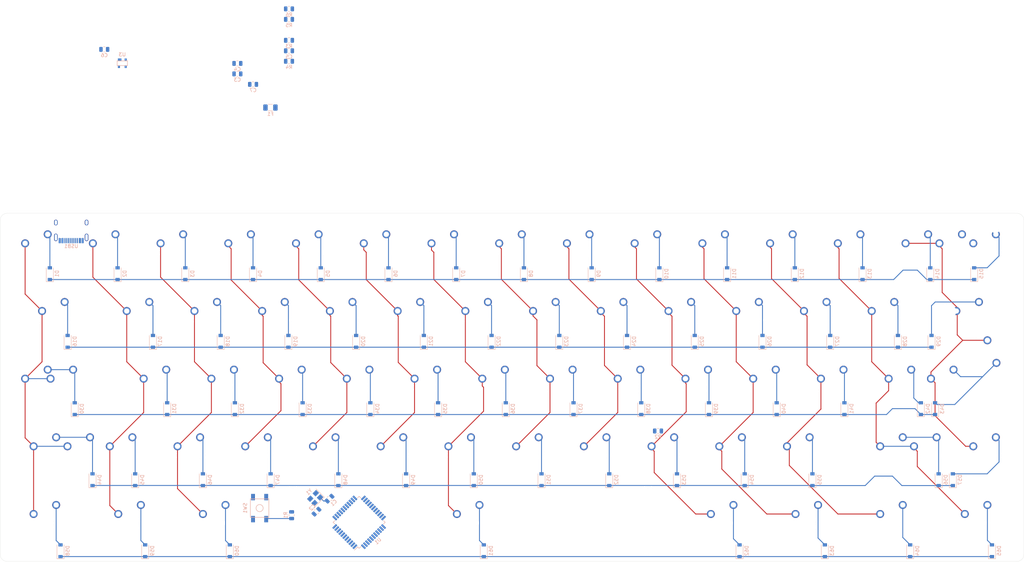
<source format=kicad_pcb>
(kicad_pcb (version 20171130) (host pcbnew "(5.1.6)-1")
  (layers (0 F.Cu signal) (31 B.Cu signal) (34 B.Paste user) (35 F.Paste user) (36 B.SilkS user) (37 F.SilkS user) (38 B.Mask user) (39 F.Mask user) (44 Edge.Cuts user))
  (net 0 "")
  (net 1 GND)
  (net 2 "Net-(C1-Pad1)")
  (net 3 "Net-(C2-Pad1)")
  (net 4 "Net-(C3-Pad1)")
  (net 5 +5V)
  (net 6 "Net-(D1-Pad2)")
  (net 7 ROW0)
  (net 8 "Net-(D2-Pad2)")
  (net 9 "Net-(D3-Pad2)")
  (net 10 "Net-(D4-Pad2)")
  (net 11 "Net-(D5-Pad2)")
  (net 12 "Net-(D6-Pad2)")
  (net 13 "Net-(D7-Pad2)")
  (net 14 "Net-(D8-Pad2)")
  (net 15 "Net-(D9-Pad2)")
  (net 16 "Net-(D10-Pad2)")
  (net 17 "Net-(D11-Pad2)")
  (net 18 "Net-(D12-Pad2)")
  (net 19 "Net-(D13-Pad2)")
  (net 20 "Net-(D14-Pad2)")
  (net 21 "Net-(D15-Pad2)")
  (net 22 "Net-(D16-Pad2)")
  (net 23 ROW1)
  (net 24 "Net-(D17-Pad2)")
  (net 25 "Net-(D18-Pad2)")
  (net 26 "Net-(D19-Pad2)")
  (net 27 "Net-(D20-Pad2)")
  (net 28 "Net-(D21-Pad2)")
  (net 29 "Net-(D22-Pad2)")
  (net 30 "Net-(D23-Pad2)")
  (net 31 "Net-(D24-Pad2)")
  (net 32 "Net-(D25-Pad2)")
  (net 33 "Net-(D26-Pad2)")
  (net 34 "Net-(D27-Pad2)")
  (net 35 "Net-(D28-Pad2)")
  (net 36 "Net-(D29-Pad2)")
  (net 37 "Net-(D30-Pad2)")
  (net 38 ROW2)
  (net 39 "Net-(D31-Pad2)")
  (net 40 "Net-(D32-Pad2)")
  (net 41 "Net-(D33-Pad2)")
  (net 42 "Net-(D34-Pad2)")
  (net 43 "Net-(D35-Pad2)")
  (net 44 "Net-(D36-Pad2)")
  (net 45 "Net-(D37-Pad2)")
  (net 46 "Net-(D38-Pad2)")
  (net 47 "Net-(D39-Pad2)")
  (net 48 "Net-(D40-Pad2)")
  (net 49 "Net-(D41-Pad2)")
  (net 50 "Net-(D42-Pad2)")
  (net 51 "Net-(D43-Pad2)")
  (net 52 "Net-(D44-Pad2)")
  (net 53 "Net-(D45-Pad2)")
  (net 54 ROW3)
  (net 55 "Net-(D46-Pad2)")
  (net 56 "Net-(D47-Pad2)")
  (net 57 "Net-(D48-Pad2)")
  (net 58 "Net-(D49-Pad2)")
  (net 59 "Net-(D50-Pad2)")
  (net 60 "Net-(D51-Pad2)")
  (net 61 "Net-(D52-Pad2)")
  (net 62 "Net-(D53-Pad2)")
  (net 63 "Net-(D54-Pad2)")
  (net 64 "Net-(D55-Pad2)")
  (net 65 "Net-(D56-Pad2)")
  (net 66 "Net-(D57-Pad2)")
  (net 67 "Net-(D58-Pad2)")
  (net 68 "Net-(D59-Pad2)")
  (net 69 "Net-(D60-Pad2)")
  (net 70 ROW4)
  (net 71 "Net-(D61-Pad2)")
  (net 72 "Net-(D62-Pad2)")
  (net 73 "Net-(D63-Pad2)")
  (net 74 "Net-(D64-Pad2)")
  (net 75 "Net-(D65-Pad2)")
  (net 76 VCC)
  (net 77 COL0)
  (net 78 COL1)
  (net 79 COL2)
  (net 80 COL3)
  (net 81 COL4)
  (net 82 COL5)
  (net 83 COL6)
  (net 84 COL7)
  (net 85 COL8)
  (net 86 COL9)
  (net 87 COL10)
  (net 88 COL11)
  (net 89 COL12)
  (net 90 COL13)
  (net 91 COL14)
  (net 92 "Net-(R1-Pad2)")
  (net 93 D-)
  (net 94 "Net-(R2-Pad2)")
  (net 95 D+)
  (net 96 "Net-(R3-Pad2)")
  (net 97 "Net-(R4-Pad2)")
  (net 98 "Net-(R5-Pad2)")
  (net 99 "Net-(R6-Pad2)")
  (net 100 "Net-(USB1-Pad3)")
  (net 101 "Net-(USB1-Pad9)")
  (net 102 "Net-(U1-Pad42)")
  (net 103 "Net-(U1-Pad40)")
  (net 104 "Net-(U1-Pad39)")
  (net 105 "Net-(U1-Pad38)")
  (net 106 "Net-(U1-Pad37)")
  (net 107 "Net-(U1-Pad36)")
  (module MX_Only:MXOnly-1U-NoLED (layer F.Cu) (at 61.7625 167.15)
    (fp_text reference MX48)
    (fp_text value "LShift 2.25u")
    (pad 2 thru_hole circle (at 2.54 -5.08) (size 2.25 2.25) (drill 1.47) (layers *.Cu B.Mask) (net 52 "Net-(D44-Pad2)"))
    (pad "" np_thru_hole circle (at 0 0) (size 3.9878 3.9878) (drill 3.9878) (layers *.Cu *.Mask))
    (pad 1 thru_hole circle (at -3.81 -2.54) (size 2.25 2.25) (drill 1.47) (layers *.Cu B.Mask) (net 77 COL0))
    (pad "" np_thru_hole circle (at -5.08 0 48.0996) (size 1.75 1.75) (drill 1.75) (layers *.Cu *.Mask))
    (pad "" np_thru_hole circle (at 5.08 0 48.0996) (size 1.75 1.75) (drill 1.75) (layers *.Cu *.Mask))
  )
  (module MX_Only:MXOnly-1.5U-NoLED (layer F.Cu) (at 54.61875 129.05)
    (fp_text reference MX17)
    (fp_text value " Tab 1.5u")
    (pad 2 thru_hole circle (at 2.54 -5.08) (size 2.25 2.25) (drill 1.47) (layers *.Cu B.Mask) (net 22 "Net-(D16-Pad2)"))
    (pad "" np_thru_hole circle (at 0 0) (size 3.9878 3.9878) (drill 3.9878) (layers *.Cu *.Mask))
    (pad 1 thru_hole circle (at -3.81 -2.54) (size 2.25 2.25) (drill 1.47) (layers *.Cu B.Mask) (net 77 COL0))
    (pad "" np_thru_hole circle (at -5.08 0 48.0996) (size 1.75 1.75) (drill 1.75) (layers *.Cu *.Mask))
    (pad "" np_thru_hole circle (at 5.08 0 48.0996) (size 1.75 1.75) (drill 1.75) (layers *.Cu *.Mask))
  )
  (module MX_Only:MXOnly-1U-NoLED (layer F.Cu) (at 49.85625 148.1)
    (fp_text reference MX31)
    (fp_text value "step cap 1.75u")
    (pad 2 thru_hole circle (at 2.54 -5.08) (size 2.25 2.25) (drill 1.47) (layers *.Cu B.Mask) (net 37 "Net-(D30-Pad2)"))
    (pad "" np_thru_hole circle (at 0 0) (size 3.9878 3.9878) (drill 3.9878) (layers *.Cu *.Mask))
    (pad 1 thru_hole circle (at -3.81 -2.54) (size 2.25 2.25) (drill 1.47) (layers *.Cu B.Mask) (net 77 COL0))
    (pad "" np_thru_hole circle (at -5.08 0 48.0996) (size 1.75 1.75) (drill 1.75) (layers *.Cu *.Mask))
    (pad "" np_thru_hole circle (at 5.08 0 48.0996) (size 1.75 1.75) (drill 1.75) (layers *.Cu *.Mask))
  )
  (module MX_Only:MXOnly-2.25U-NoLED (layer F.Cu) (at 304.65 148.1)
    (fp_text reference MX45)
    (fp_text value "enter 2.25u")
    (pad 2 thru_hole circle (at 2.54 -5.08) (size 2.25 2.25) (drill 1.47) (layers *.Cu B.Mask) (net 51 "Net-(D43-Pad2)"))
    (pad "" np_thru_hole circle (at 0 0) (size 3.9878 3.9878) (drill 3.9878) (layers *.Cu *.Mask))
    (pad 1 thru_hole circle (at -3.81 -2.54) (size 2.25 2.25) (drill 1.47) (layers *.Cu B.Mask) (net 90 COL13))
    (pad "" np_thru_hole circle (at -5.08 0 48.0996) (size 1.75 1.75) (drill 1.75) (layers *.Cu *.Mask))
    (pad "" np_thru_hole circle (at 5.08 0 48.0996) (size 1.75 1.75) (drill 1.75) (layers *.Cu *.Mask))
    (pad "" np_thru_hole circle (at -11.90625 -6.985) (size 3.048 3.048) (drill 3.048) (layers *.Cu *.Mask))
    (pad "" np_thru_hole circle (at 11.90625 -6.985) (size 3.048 3.048) (drill 3.048) (layers *.Cu *.Mask))
    (pad "" np_thru_hole circle (at -11.90625 8.255) (size 3.9878 3.9878) (drill 3.9878) (layers *.Cu *.Mask))
    (pad "" np_thru_hole circle (at 11.90625 8.255) (size 3.9878 3.9878) (drill 3.9878) (layers *.Cu *.Mask))
  )
  (module MX_Only:MXOnly-1U-NoLED (layer F.Cu) (at 292.74375 148.1)
    (fp_text reference MX44)
    (fp_text value "iso tilda 1u")
    (pad 2 thru_hole circle (at 2.54 -5.08) (size 2.25 2.25) (drill 1.47) (layers *.Cu B.Mask) (net 50 "Net-(D42-Pad2)"))
    (pad "" np_thru_hole circle (at 0 0) (size 3.9878 3.9878) (drill 3.9878) (layers *.Cu *.Mask))
    (pad 1 thru_hole circle (at -3.81 -2.54) (size 2.25 2.25) (drill 1.47) (layers *.Cu B.Mask) (net 89 COL12))
    (pad "" np_thru_hole circle (at -5.08 0 48.0996) (size 1.75 1.75) (drill 1.75) (layers *.Cu *.Mask))
    (pad "" np_thru_hole circle (at 5.08 0 48.0996) (size 1.75 1.75) (drill 1.75) (layers *.Cu *.Mask))
  )
  (module Crystal:Crystal_SMD_3225-4Pin_3.2x2.5mm (layer B.Cu) (at 127.621142 179.176777 225)
    (fp_text reference Y1 (at 0 2.45 45) (layer B.SilkS) (effects (justify mirror)))
    (fp_text value 16Mhz)
    (pad 4 smd rect (at -1.1 0.85 225) (size 1.4 1.2) (layers B.Cu B.Paste B.Mask) (net 1 GND))
    (pad 3 smd rect (at 1.1 0.85 225) (size 1.4 1.2) (layers B.Cu B.Paste B.Mask) (net 3 "Net-(C2-Pad1)"))
    (pad 2 smd rect (at 1.1 -0.85 225) (size 1.4 1.2) (layers B.Cu B.Paste B.Mask) (net 1 GND))
    (pad 1 smd rect (at -1.1 -0.85 225) (size 1.4 1.2) (layers B.Cu B.Paste B.Mask) (net 2 "Net-(C1-Pad1)"))
  )
  (module typec:HRO-TYPE-C-31-M-12-Assembly (layer B.Cu) (at 59 99)
    (fp_text reference USB1 (at 0 9.25) (layer B.SilkS) (effects (justify mirror)))
    (fp_text value HRO-TYPE-C-31-M-12)
    (pad 12 smd rect (at 3.225 7.695) (size 0.6 1.45) (layers B.Cu B.Paste B.Mask) (net 1 GND))
    (pad 1 smd rect (at -3.225 7.695) (size 0.6 1.45) (layers B.Cu B.Paste B.Mask) (net 1 GND))
    (pad 11 smd rect (at 2.45 7.695) (size 0.6 1.45) (layers B.Cu B.Paste B.Mask) (net 76 VCC))
    (pad 2 smd rect (at -2.45 7.695) (size 0.6 1.45) (layers B.Cu B.Paste B.Mask) (net 76 VCC))
    (pad 3 smd rect (at -1.75 7.695) (size 0.3 1.45) (layers B.Cu B.Paste B.Mask) (net 100 "Net-(USB1-Pad3)"))
    (pad 10 smd rect (at 1.75 7.695) (size 0.3 1.45) (layers B.Cu B.Paste B.Mask) (net 99 "Net-(R6-Pad2)"))
    (pad 4 smd rect (at -1.25 7.695) (size 0.3 1.45) (layers B.Cu B.Paste B.Mask) (net 98 "Net-(R5-Pad2)"))
    (pad 9 smd rect (at 1.25 7.695) (size 0.3 1.45) (layers B.Cu B.Paste B.Mask) (net 101 "Net-(USB1-Pad9)"))
    (pad 5 smd rect (at -0.75 7.695) (size 0.3 1.45) (layers B.Cu B.Paste B.Mask) (net 96 "Net-(R3-Pad2)"))
    (pad 8 smd rect (at 0.75 7.695) (size 0.3 1.45) (layers B.Cu B.Paste B.Mask) (net 97 "Net-(R4-Pad2)"))
    (pad 7 smd rect (at 0.25 7.695) (size 0.3 1.45) (layers B.Cu B.Paste B.Mask) (net 96 "Net-(R3-Pad2)"))
    (pad 6 smd rect (at -0.25 7.695) (size 0.3 1.45) (layers B.Cu B.Paste B.Mask) (net 97 "Net-(R4-Pad2)"))
    (pad "" np_thru_hole circle (at 2.89 6.25) (size 0.65 0.65) (drill 0.65) (layers *.Cu *.Mask))
    (pad "" np_thru_hole circle (at -2.89 6.25) (size 0.65 0.65) (drill 0.65) (layers *.Cu *.Mask))
    (pad 13 thru_hole oval (at -4.32 6.78) (size 1 2.1) (drill oval 0.6 1.7) (layers *.Cu *.Mask) (net 1 GND))
    (pad 13 thru_hole oval (at 4.32 6.78) (size 1 2.1) (drill oval 0.6 1.7) (layers *.Cu *.Mask) (net 1 GND))
    (pad 13 thru_hole oval (at -4.32 2.6) (size 1 1.6) (drill oval 0.6 1.2) (layers *.Cu *.Mask) (net 1 GND))
    (pad 13 thru_hole oval (at 4.32 2.6) (size 1 1.6) (drill oval 0.6 1.2) (layers *.Cu *.Mask) (net 1 GND))
  )
  (module Package_QFP:TQFP-44_10x10mm_P0.8mm (layer B.Cu) (at 140 186 45)
    (fp_text reference U1 (at 0 7.45 45) (layer B.SilkS) (effects (justify mirror)))
    (fp_text value ATmega32U4-AU)
    (pad 44 smd rect (at -4 5.7 315) (size 1.5 0.55) (layers B.Cu B.Paste B.Mask) (net 5 +5V))
    (pad 43 smd rect (at -3.2 5.7 315) (size 1.5 0.55) (layers B.Cu B.Paste B.Mask) (net 1 GND))
    (pad 42 smd rect (at -2.4 5.7 315) (size 1.5 0.55) (layers B.Cu B.Paste B.Mask) (net 102 "Net-(U1-Pad42)"))
    (pad 41 smd rect (at -1.6 5.7 315) (size 1.5 0.55) (layers B.Cu B.Paste B.Mask) (net 78 COL1))
    (pad 40 smd rect (at -0.8 5.7 315) (size 1.5 0.55) (layers B.Cu B.Paste B.Mask) (net 103 "Net-(U1-Pad40)"))
    (pad 39 smd rect (at 0 5.7 315) (size 1.5 0.55) (layers B.Cu B.Paste B.Mask) (net 104 "Net-(U1-Pad39)"))
    (pad 38 smd rect (at 0.8 5.7 315) (size 1.5 0.55) (layers B.Cu B.Paste B.Mask) (net 105 "Net-(U1-Pad38)"))
    (pad 37 smd rect (at 1.6 5.7 315) (size 1.5 0.55) (layers B.Cu B.Paste B.Mask) (net 106 "Net-(U1-Pad37)"))
    (pad 36 smd rect (at 2.4 5.7 315) (size 1.5 0.55) (layers B.Cu B.Paste B.Mask) (net 107 "Net-(U1-Pad36)"))
    (pad 35 smd rect (at 3.2 5.7 315) (size 1.5 0.55) (layers B.Cu B.Paste B.Mask) (net 1 GND))
    (pad 34 smd rect (at 4 5.7 315) (size 1.5 0.55) (layers B.Cu B.Paste B.Mask) (net 5 +5V))
    (pad 33 smd rect (at 5.7 4 45) (size 1.5 0.55) (layers B.Cu B.Paste B.Mask) (net 94 "Net-(R2-Pad2)"))
    (pad 32 smd rect (at 5.7 3.2 45) (size 1.5 0.55) (layers B.Cu B.Paste B.Mask) (net 88 COL11))
    (pad 31 smd rect (at 5.7 2.4 45) (size 1.5 0.55) (layers B.Cu B.Paste B.Mask) (net 87 COL10))
    (pad 30 smd rect (at 5.7 1.6 45) (size 1.5 0.55) (layers B.Cu B.Paste B.Mask) (net 85 COL8))
    (pad 29 smd rect (at 5.7 0.8 45) (size 1.5 0.55) (layers B.Cu B.Paste B.Mask) (net 83 COL6))
    (pad 28 smd rect (at 5.7 0 45) (size 1.5 0.55) (layers B.Cu B.Paste B.Mask) (net 82 COL5))
    (pad 27 smd rect (at 5.7 -0.8 45) (size 1.5 0.55) (layers B.Cu B.Paste B.Mask) (net 70 ROW4))
    (pad 26 smd rect (at 5.7 -1.6 45) (size 1.5 0.55) (layers B.Cu B.Paste B.Mask) (net 54 ROW3))
    (pad 25 smd rect (at 5.7 -2.4 45) (size 1.5 0.55) (layers B.Cu B.Paste B.Mask) (net 23 ROW1))
    (pad 24 smd rect (at 5.7 -3.2 45) (size 1.5 0.55) (layers B.Cu B.Paste B.Mask) (net 5 +5V))
    (pad 23 smd rect (at 5.7 -4 45) (size 1.5 0.55) (layers B.Cu B.Paste B.Mask) (net 1 GND))
    (pad 22 smd rect (at 4 -5.7 315) (size 1.5 0.55) (layers B.Cu B.Paste B.Mask) (net 38 ROW2))
    (pad 21 smd rect (at 3.2 -5.7 315) (size 1.5 0.55) (layers B.Cu B.Paste B.Mask) (net 7 ROW0))
    (pad 20 smd rect (at 2.4 -5.7 315) (size 1.5 0.55) (layers B.Cu B.Paste B.Mask) (net 91 COL14))
    (pad 19 smd rect (at 1.6 -5.7 315) (size 1.5 0.55) (layers B.Cu B.Paste B.Mask) (net 90 COL13))
    (pad 18 smd rect (at 0.8 -5.7 315) (size 1.5 0.55) (layers B.Cu B.Paste B.Mask) (net 89 COL12))
    (pad 17 smd rect (at 0 -5.7 315) (size 1.5 0.55) (layers B.Cu B.Paste B.Mask) (net 2 "Net-(C1-Pad1)"))
    (pad 16 smd rect (at -0.8 -5.7 315) (size 1.5 0.55) (layers B.Cu B.Paste B.Mask) (net 3 "Net-(C2-Pad1)"))
    (pad 15 smd rect (at -1.6 -5.7 315) (size 1.5 0.55) (layers B.Cu B.Paste B.Mask) (net 1 GND))
    (pad 14 smd rect (at -2.4 -5.7 315) (size 1.5 0.55) (layers B.Cu B.Paste B.Mask) (net 5 +5V))
    (pad 13 smd rect (at -3.2 -5.7 315) (size 1.5 0.55) (layers B.Cu B.Paste B.Mask) (net 92 "Net-(R1-Pad2)"))
    (pad 12 smd rect (at -4 -5.7 315) (size 1.5 0.55) (layers B.Cu B.Paste B.Mask) (net 86 COL9))
    (pad 11 smd rect (at -5.7 -4 45) (size 1.5 0.55) (layers B.Cu B.Paste B.Mask) (net 81 COL4))
    (pad 10 smd rect (at -5.7 -3.2 45) (size 1.5 0.55) (layers B.Cu B.Paste B.Mask) (net 80 COL3))
    (pad 9 smd rect (at -5.7 -2.4 45) (size 1.5 0.55) (layers B.Cu B.Paste B.Mask) (net 79 COL2))
    (pad 8 smd rect (at -5.7 -1.6 45) (size 1.5 0.55) (layers B.Cu B.Paste B.Mask) (net 77 COL0))
    (pad 7 smd rect (at -5.7 -0.8 45) (size 1.5 0.55) (layers B.Cu B.Paste B.Mask) (net 5 +5V))
    (pad 6 smd rect (at -5.7 0 45) (size 1.5 0.55) (layers B.Cu B.Paste B.Mask) (net 4 "Net-(C3-Pad1)"))
    (pad 5 smd rect (at -5.7 0.8 45) (size 1.5 0.55) (layers B.Cu B.Paste B.Mask) (net 1 GND))
    (pad 4 smd rect (at -5.7 1.6 45) (size 1.5 0.55) (layers B.Cu B.Paste B.Mask) (net 95 D+))
    (pad 3 smd rect (at -5.7 2.4 45) (size 1.5 0.55) (layers B.Cu B.Paste B.Mask) (net 93 D-))
    (pad 2 smd rect (at -5.7 3.2 45) (size 1.5 0.55) (layers B.Cu B.Paste B.Mask) (net 5 +5V))
    (pad 1 smd rect (at -5.7 4 45) (size 1.5 0.55) (layers B.Cu B.Paste B.Mask) (net 84 COL7))
  )
  (module local:SOT143B (layer B.Cu) (at 73.38 56.75)
    (fp_text reference U3 (at 0 -2.45) (layer B.SilkS) (effects (justify mirror)))
    (fp_text value PRTR5V0U2X)
    (pad 1 smd rect (at -0.75 -1) (size 1 0.7) (layers B.Cu B.Paste B.Mask) (net 1 GND))
    (pad 4 smd rect (at -0.95 1) (size 0.6 0.7) (layers B.Cu B.Paste B.Mask) (net 76 VCC))
    (pad 2 smd rect (at 0.95 -1) (size 0.6 0.7) (layers B.Cu B.Paste B.Mask) (net 97 "Net-(R4-Pad2)"))
    (pad 3 smd rect (at 0.95 1) (size 0.6 0.7) (layers B.Cu B.Paste B.Mask) (net 96 "Net-(R3-Pad2)"))
  )
  (module random-keyboard-parts:SKQG-1155865 (layer B.Cu) (at 112 182 90)
    (fp_text reference SW1 (at 0 -4.064 90) (layer B.SilkS) (effects (justify mirror)))
    (fp_text value SW_Push)
    (pad 4 smd rect (at -3.1 -1.85 90) (size 1.8 1.1) (layers B.Cu B.Paste B.Mask))
    (pad 3 smd rect (at 3.1 1.85 90) (size 1.8 1.1) (layers B.Cu B.Paste B.Mask))
    (pad 2 smd rect (at -3.1 1.85 90) (size 1.8 1.1) (layers B.Cu B.Paste B.Mask) (net 92 "Net-(R1-Pad2)"))
    (pad 1 smd rect (at 3.1 -1.85 90) (size 1.8 1.1) (layers B.Cu B.Paste B.Mask) (net 1 GND))
  )
  (module Resistor_SMD:R_0805_2012Metric (layer B.Cu) (at 224.07 160.29)
    (fp_text reference R2 (at 0 1.65) (layer B.SilkS) (effects (justify mirror)))
    (fp_text value 10k)
    (pad 2 smd roundrect (at 0.9375 0) (size 0.975 1.4) (layers B.Cu B.Paste B.Mask) (net 94 "Net-(R2-Pad2)"))
    (pad 1 smd roundrect (at -0.9375 0) (size 0.975 1.4) (layers B.Cu B.Paste B.Mask) (net 1 GND))
  )
  (module Resistor_SMD:R_0805_2012Metric (layer B.Cu) (at 120.27 41.45)
    (fp_text reference R6 (at 0 1.65) (layer B.SilkS) (effects (justify mirror)))
    (fp_text value 5.1k)
    (pad 2 smd roundrect (at 0.9375 0) (size 0.975 1.4) (layers B.Cu B.Paste B.Mask) (net 99 "Net-(R6-Pad2)"))
    (pad 1 smd roundrect (at -0.9375 0) (size 0.975 1.4) (layers B.Cu B.Paste B.Mask) (net 1 GND))
  )
  (module Resistor_SMD:R_0805_2012Metric (layer B.Cu) (at 120.27 44.4)
    (fp_text reference R5 (at 0 1.65) (layer B.SilkS) (effects (justify mirror)))
    (fp_text value 5.1k)
    (pad 2 smd roundrect (at 0.9375 0) (size 0.975 1.4) (layers B.Cu B.Paste B.Mask) (net 98 "Net-(R5-Pad2)"))
    (pad 1 smd roundrect (at -0.9375 0) (size 0.975 1.4) (layers B.Cu B.Paste B.Mask) (net 1 GND))
  )
  (module Resistor_SMD:R_0805_2012Metric (layer B.Cu) (at 121 184 270)
    (fp_text reference R1 (at 0 1.65 90) (layer B.SilkS) (effects (justify mirror)))
    (fp_text value 10k)
    (pad 2 smd roundrect (at 0.9375 0 270) (size 0.975 1.4) (layers B.Cu B.Paste B.Mask) (net 92 "Net-(R1-Pad2)"))
    (pad 1 smd roundrect (at -0.9375 0 270) (size 0.975 1.4) (layers B.Cu B.Paste B.Mask) (net 5 +5V))
  )
  (module Resistor_SMD:R_0805_2012Metric (layer B.Cu) (at 120.27 56.2)
    (fp_text reference R4 (at 0 1.65) (layer B.SilkS) (effects (justify mirror)))
    (fp_text value 22)
    (pad 2 smd roundrect (at 0.9375 0) (size 0.975 1.4) (layers B.Cu B.Paste B.Mask) (net 97 "Net-(R4-Pad2)"))
    (pad 1 smd roundrect (at -0.9375 0) (size 0.975 1.4) (layers B.Cu B.Paste B.Mask) (net 95 D+))
  )
  (module Resistor_SMD:R_0805_2012Metric (layer B.Cu) (at 120.27 50.3)
    (fp_text reference R3 (at 0 1.65) (layer B.SilkS) (effects (justify mirror)))
    (fp_text value 22)
    (pad 2 smd roundrect (at 0.9375 0) (size 0.975 1.4) (layers B.Cu B.Paste B.Mask) (net 96 "Net-(R3-Pad2)"))
    (pad 1 smd roundrect (at -0.9375 0) (size 0.975 1.4) (layers B.Cu B.Paste B.Mask) (net 93 D-))
  )
  (module MX_Only:MXOnly-1.25U-NoLED (layer F.Cu) (at 314.175 186.2)
    (fp_text reference MX70)
    (fp_text value "RCTRL 1.25u")
    (pad 2 thru_hole circle (at 2.54 -5.08) (size 2.25 2.25) (drill 1.47) (layers *.Cu B.Mask) (net 75 "Net-(D65-Pad2)"))
    (pad "" np_thru_hole circle (at 0 0) (size 3.9878 3.9878) (drill 3.9878) (layers *.Cu *.Mask))
    (pad 1 thru_hole circle (at -3.81 -2.54) (size 2.25 2.25) (drill 1.47) (layers *.Cu B.Mask) (net 89 COL12))
    (pad "" np_thru_hole circle (at -5.08 0 48.0996) (size 1.75 1.75) (drill 1.75) (layers *.Cu *.Mask))
    (pad "" np_thru_hole circle (at 5.08 0 48.0996) (size 1.75 1.75) (drill 1.75) (layers *.Cu *.Mask))
  )
  (module MX_Only:MXOnly-1.25U-NoLED (layer F.Cu) (at 290.3625 186.2)
    (fp_text reference MX69)
    (fp_text value FN1.25U)
    (pad 2 thru_hole circle (at 2.54 -5.08) (size 2.25 2.25) (drill 1.47) (layers *.Cu B.Mask) (net 74 "Net-(D64-Pad2)"))
    (pad "" np_thru_hole circle (at 0 0) (size 3.9878 3.9878) (drill 3.9878) (layers *.Cu *.Mask))
    (pad 1 thru_hole circle (at -3.81 -2.54) (size 2.25 2.25) (drill 1.47) (layers *.Cu B.Mask) (net 88 COL11))
    (pad "" np_thru_hole circle (at -5.08 0 48.0996) (size 1.75 1.75) (drill 1.75) (layers *.Cu *.Mask))
    (pad "" np_thru_hole circle (at 5.08 0 48.0996) (size 1.75 1.75) (drill 1.75) (layers *.Cu *.Mask))
  )
  (module MX_Only:MXOnly-1.25U-NoLED (layer F.Cu) (at 266.55 186.2)
    (fp_text reference MX68)
    (fp_text value RWIN1.25U)
    (pad 2 thru_hole circle (at 2.54 -5.08) (size 2.25 2.25) (drill 1.47) (layers *.Cu B.Mask) (net 73 "Net-(D63-Pad2)"))
    (pad "" np_thru_hole circle (at 0 0) (size 3.9878 3.9878) (drill 3.9878) (layers *.Cu *.Mask))
    (pad 1 thru_hole circle (at -3.81 -2.54) (size 2.25 2.25) (drill 1.47) (layers *.Cu B.Mask) (net 87 COL10))
    (pad "" np_thru_hole circle (at -5.08 0 48.0996) (size 1.75 1.75) (drill 1.75) (layers *.Cu *.Mask))
    (pad "" np_thru_hole circle (at 5.08 0 48.0996) (size 1.75 1.75) (drill 1.75) (layers *.Cu *.Mask))
  )
  (module MX_Only:MXOnly-1.25U-NoLED (layer F.Cu) (at 242.7375 186.2)
    (fp_text reference MX67)
    (fp_text value RALT1.25U)
    (pad 2 thru_hole circle (at 2.54 -5.08) (size 2.25 2.25) (drill 1.47) (layers *.Cu B.Mask) (net 72 "Net-(D62-Pad2)"))
    (pad "" np_thru_hole circle (at 0 0) (size 3.9878 3.9878) (drill 3.9878) (layers *.Cu *.Mask))
    (pad 1 thru_hole circle (at -3.81 -2.54) (size 2.25 2.25) (drill 1.47) (layers *.Cu B.Mask) (net 86 COL9))
    (pad "" np_thru_hole circle (at -5.08 0 48.0996) (size 1.75 1.75) (drill 1.75) (layers *.Cu *.Mask))
    (pad "" np_thru_hole circle (at 5.08 0 48.0996) (size 1.75 1.75) (drill 1.75) (layers *.Cu *.Mask))
  )
  (module MX_Only:MXOnly-6.25U-ReversedStabilizers-NoLED (layer F.Cu) (at 171.3 186.2)
    (fp_text reference MX66)
    (fp_text value "SPACEBAR 6.25U")
    (pad 2 thru_hole circle (at 2.54 -5.08) (size 2.25 2.25) (drill 1.47) (layers *.Cu B.Mask) (net 71 "Net-(D61-Pad2)"))
    (pad "" np_thru_hole circle (at 0 0) (size 3.9878 3.9878) (drill 3.9878) (layers *.Cu *.Mask))
    (pad 1 thru_hole circle (at -3.81 -2.54) (size 2.25 2.25) (drill 1.47) (layers *.Cu B.Mask) (net 83 COL6))
    (pad "" np_thru_hole circle (at -5.08 0 48.0996) (size 1.75 1.75) (drill 1.75) (layers *.Cu *.Mask))
    (pad "" np_thru_hole circle (at 5.08 0 48.0996) (size 1.75 1.75) (drill 1.75) (layers *.Cu *.Mask))
    (pad "" np_thru_hole circle (at -49.9999 6.985) (size 3.048 3.048) (drill 3.048) (layers *.Cu *.Mask))
    (pad "" np_thru_hole circle (at 49.9999 6.985) (size 3.048 3.048) (drill 3.048) (layers *.Cu *.Mask))
    (pad "" np_thru_hole circle (at -49.9999 -8.255) (size 3.9878 3.9878) (drill 3.9878) (layers *.Cu *.Mask))
    (pad "" np_thru_hole circle (at 49.9999 -8.255) (size 3.9878 3.9878) (drill 3.9878) (layers *.Cu *.Mask))
  )
  (module MX_Only:MXOnly-1.25U-NoLED (layer F.Cu) (at 99.8625 186.2)
    (fp_text reference MX65)
    (fp_text value "ALT 1.25U")
    (pad 2 thru_hole circle (at 2.54 -5.08) (size 2.25 2.25) (drill 1.47) (layers *.Cu B.Mask) (net 69 "Net-(D60-Pad2)"))
    (pad "" np_thru_hole circle (at 0 0) (size 3.9878 3.9878) (drill 3.9878) (layers *.Cu *.Mask))
    (pad 1 thru_hole circle (at -3.81 -2.54) (size 2.25 2.25) (drill 1.47) (layers *.Cu B.Mask) (net 79 COL2))
    (pad "" np_thru_hole circle (at -5.08 0 48.0996) (size 1.75 1.75) (drill 1.75) (layers *.Cu *.Mask))
    (pad "" np_thru_hole circle (at 5.08 0 48.0996) (size 1.75 1.75) (drill 1.75) (layers *.Cu *.Mask))
  )
  (module MX_Only:MXOnly-1.25U-NoLED (layer F.Cu) (at 76.05 186.2)
    (fp_text reference MX64)
    (fp_text value "WIN 1.25U")
    (pad 2 thru_hole circle (at 2.54 -5.08) (size 2.25 2.25) (drill 1.47) (layers *.Cu B.Mask) (net 68 "Net-(D59-Pad2)"))
    (pad "" np_thru_hole circle (at 0 0) (size 3.9878 3.9878) (drill 3.9878) (layers *.Cu *.Mask))
    (pad 1 thru_hole circle (at -3.81 -2.54) (size 2.25 2.25) (drill 1.47) (layers *.Cu B.Mask) (net 78 COL1))
    (pad "" np_thru_hole circle (at -5.08 0 48.0996) (size 1.75 1.75) (drill 1.75) (layers *.Cu *.Mask))
    (pad "" np_thru_hole circle (at 5.08 0 48.0996) (size 1.75 1.75) (drill 1.75) (layers *.Cu *.Mask))
  )
  (module MX_Only:MXOnly-1.25U-NoLED (layer F.Cu) (at 52.2375 186.2)
    (fp_text reference MX63)
    (fp_text value "LCTRL 1.25U")
    (pad 2 thru_hole circle (at 2.54 -5.08) (size 2.25 2.25) (drill 1.47) (layers *.Cu B.Mask) (net 67 "Net-(D58-Pad2)"))
    (pad "" np_thru_hole circle (at 0 0) (size 3.9878 3.9878) (drill 3.9878) (layers *.Cu *.Mask))
    (pad 1 thru_hole circle (at -3.81 -2.54) (size 2.25 2.25) (drill 1.47) (layers *.Cu B.Mask) (net 77 COL0))
    (pad "" np_thru_hole circle (at -5.08 0 48.0996) (size 1.75 1.75) (drill 1.75) (layers *.Cu *.Mask))
    (pad "" np_thru_hole circle (at 5.08 0 48.0996) (size 1.75 1.75) (drill 1.75) (layers *.Cu *.Mask))
  )
  (module MX_Only:MXOnly-1U-NoLED (layer F.Cu) (at 316.55625 167.15)
    (fp_text reference MX62)
    (fp_text value "DEL 1U")
    (pad 2 thru_hole circle (at 2.54 -5.08) (size 2.25 2.25) (drill 1.47) (layers *.Cu B.Mask) (net 66 "Net-(D57-Pad2)"))
    (pad "" np_thru_hole circle (at 0 0) (size 3.9878 3.9878) (drill 3.9878) (layers *.Cu *.Mask))
    (pad 1 thru_hole circle (at -3.81 -2.54) (size 2.25 2.25) (drill 1.47) (layers *.Cu B.Mask) (net 90 COL13))
    (pad "" np_thru_hole circle (at -5.08 0 48.0996) (size 1.75 1.75) (drill 1.75) (layers *.Cu *.Mask))
    (pad "" np_thru_hole circle (at 5.08 0 48.0996) (size 1.75 1.75) (drill 1.75) (layers *.Cu *.Mask))
  )
  (module MX_Only:MXOnly-1.75U-NoLED (layer F.Cu) (at 290.3625 167.15)
    (fp_text reference MX61)
    (fp_text value "RShift 1.75U")
    (pad 2 thru_hole circle (at 2.54 -5.08) (size 2.25 2.25) (drill 1.47) (layers *.Cu B.Mask) (net 65 "Net-(D56-Pad2)"))
    (pad "" np_thru_hole circle (at 0 0) (size 3.9878 3.9878) (drill 3.9878) (layers *.Cu *.Mask))
    (pad 1 thru_hole circle (at -3.81 -2.54) (size 2.25 2.25) (drill 1.47) (layers *.Cu B.Mask) (net 89 COL12))
    (pad "" np_thru_hole circle (at -5.08 0 48.0996) (size 1.75 1.75) (drill 1.75) (layers *.Cu *.Mask))
    (pad "" np_thru_hole circle (at 5.08 0 48.0996) (size 1.75 1.75) (drill 1.75) (layers *.Cu *.Mask))
  )
  (module MX_Only:MXOnly-2.75U-NoLED (layer F.Cu) (at 299.8875 167.15)
    (fp_text reference MX60)
    (fp_text value "RShift 2.75U")
    (pad 2 thru_hole circle (at 2.54 -5.08) (size 2.25 2.25) (drill 1.47) (layers *.Cu B.Mask) (net 65 "Net-(D56-Pad2)"))
    (pad "" np_thru_hole circle (at 0 0) (size 3.9878 3.9878) (drill 3.9878) (layers *.Cu *.Mask))
    (pad 1 thru_hole circle (at -3.81 -2.54) (size 2.25 2.25) (drill 1.47) (layers *.Cu B.Mask) (net 89 COL12))
    (pad "" np_thru_hole circle (at -5.08 0 48.0996) (size 1.75 1.75) (drill 1.75) (layers *.Cu *.Mask))
    (pad "" np_thru_hole circle (at 5.08 0 48.0996) (size 1.75 1.75) (drill 1.75) (layers *.Cu *.Mask))
    (pad "" np_thru_hole circle (at -11.90625 -6.985) (size 3.048 3.048) (drill 3.048) (layers *.Cu *.Mask))
    (pad "" np_thru_hole circle (at 11.90625 -6.985) (size 3.048 3.048) (drill 3.048) (layers *.Cu *.Mask))
    (pad "" np_thru_hole circle (at -11.90625 8.255) (size 3.9878 3.9878) (drill 3.9878) (layers *.Cu *.Mask))
    (pad "" np_thru_hole circle (at 11.90625 8.255) (size 3.9878 3.9878) (drill 3.9878) (layers *.Cu *.Mask))
  )
  (module MX_Only:MXOnly-1U-NoLED (layer F.Cu) (at 264.16875 167.15)
    (fp_text reference MX59)
    (fp_text value /?)
    (pad 2 thru_hole circle (at 2.54 -5.08) (size 2.25 2.25) (drill 1.47) (layers *.Cu B.Mask) (net 64 "Net-(D55-Pad2)"))
    (pad "" np_thru_hole circle (at 0 0) (size 3.9878 3.9878) (drill 3.9878) (layers *.Cu *.Mask))
    (pad 1 thru_hole circle (at -3.81 -2.54) (size 2.25 2.25) (drill 1.47) (layers *.Cu B.Mask) (net 88 COL11))
    (pad "" np_thru_hole circle (at -5.08 0 48.0996) (size 1.75 1.75) (drill 1.75) (layers *.Cu *.Mask))
    (pad "" np_thru_hole circle (at 5.08 0 48.0996) (size 1.75 1.75) (drill 1.75) (layers *.Cu *.Mask))
  )
  (module MX_Only:MXOnly-1U-NoLED (layer F.Cu) (at 245.11875 167.15)
    (fp_text reference MX58)
    (fp_text value .>)
    (pad 2 thru_hole circle (at 2.54 -5.08) (size 2.25 2.25) (drill 1.47) (layers *.Cu B.Mask) (net 63 "Net-(D54-Pad2)"))
    (pad "" np_thru_hole circle (at 0 0) (size 3.9878 3.9878) (drill 3.9878) (layers *.Cu *.Mask))
    (pad 1 thru_hole circle (at -3.81 -2.54) (size 2.25 2.25) (drill 1.47) (layers *.Cu B.Mask) (net 87 COL10))
    (pad "" np_thru_hole circle (at -5.08 0 48.0996) (size 1.75 1.75) (drill 1.75) (layers *.Cu *.Mask))
    (pad "" np_thru_hole circle (at 5.08 0 48.0996) (size 1.75 1.75) (drill 1.75) (layers *.Cu *.Mask))
  )
  (module MX_Only:MXOnly-1U-NoLED (layer F.Cu) (at 226.06875 167.15)
    (fp_text reference MX57)
    (fp_text value <,)
    (pad 2 thru_hole circle (at 2.54 -5.08) (size 2.25 2.25) (drill 1.47) (layers *.Cu B.Mask) (net 62 "Net-(D53-Pad2)"))
    (pad "" np_thru_hole circle (at 0 0) (size 3.9878 3.9878) (drill 3.9878) (layers *.Cu *.Mask))
    (pad 1 thru_hole circle (at -3.81 -2.54) (size 2.25 2.25) (drill 1.47) (layers *.Cu B.Mask) (net 86 COL9))
    (pad "" np_thru_hole circle (at -5.08 0 48.0996) (size 1.75 1.75) (drill 1.75) (layers *.Cu *.Mask))
    (pad "" np_thru_hole circle (at 5.08 0 48.0996) (size 1.75 1.75) (drill 1.75) (layers *.Cu *.Mask))
  )
  (module MX_Only:MXOnly-1U-NoLED (layer F.Cu) (at 207.01875 167.15)
    (fp_text reference MX56)
    (fp_text value M)
    (pad 2 thru_hole circle (at 2.54 -5.08) (size 2.25 2.25) (drill 1.47) (layers *.Cu B.Mask) (net 61 "Net-(D52-Pad2)"))
    (pad "" np_thru_hole circle (at 0 0) (size 3.9878 3.9878) (drill 3.9878) (layers *.Cu *.Mask))
    (pad 1 thru_hole circle (at -3.81 -2.54) (size 2.25 2.25) (drill 1.47) (layers *.Cu B.Mask) (net 85 COL8))
    (pad "" np_thru_hole circle (at -5.08 0 48.0996) (size 1.75 1.75) (drill 1.75) (layers *.Cu *.Mask))
    (pad "" np_thru_hole circle (at 5.08 0 48.0996) (size 1.75 1.75) (drill 1.75) (layers *.Cu *.Mask))
  )
  (module MX_Only:MXOnly-1U-NoLED (layer F.Cu) (at 187.96875 167.15)
    (fp_text reference MX55)
    (fp_text value N)
    (pad 2 thru_hole circle (at 2.54 -5.08) (size 2.25 2.25) (drill 1.47) (layers *.Cu B.Mask) (net 60 "Net-(D51-Pad2)"))
    (pad "" np_thru_hole circle (at 0 0) (size 3.9878 3.9878) (drill 3.9878) (layers *.Cu *.Mask))
    (pad 1 thru_hole circle (at -3.81 -2.54) (size 2.25 2.25) (drill 1.47) (layers *.Cu B.Mask) (net 84 COL7))
    (pad "" np_thru_hole circle (at -5.08 0 48.0996) (size 1.75 1.75) (drill 1.75) (layers *.Cu *.Mask))
    (pad "" np_thru_hole circle (at 5.08 0 48.0996) (size 1.75 1.75) (drill 1.75) (layers *.Cu *.Mask))
  )
  (module MX_Only:MXOnly-1U-NoLED (layer F.Cu) (at 168.91875 167.15)
    (fp_text reference MX54)
    (fp_text value B)
    (pad 2 thru_hole circle (at 2.54 -5.08) (size 2.25 2.25) (drill 1.47) (layers *.Cu B.Mask) (net 59 "Net-(D50-Pad2)"))
    (pad "" np_thru_hole circle (at 0 0) (size 3.9878 3.9878) (drill 3.9878) (layers *.Cu *.Mask))
    (pad 1 thru_hole circle (at -3.81 -2.54) (size 2.25 2.25) (drill 1.47) (layers *.Cu B.Mask) (net 83 COL6))
    (pad "" np_thru_hole circle (at -5.08 0 48.0996) (size 1.75 1.75) (drill 1.75) (layers *.Cu *.Mask))
    (pad "" np_thru_hole circle (at 5.08 0 48.0996) (size 1.75 1.75) (drill 1.75) (layers *.Cu *.Mask))
  )
  (module MX_Only:MXOnly-1U-NoLED (layer F.Cu) (at 149.86875 167.15)
    (fp_text reference MX53)
    (fp_text value V)
    (pad 2 thru_hole circle (at 2.54 -5.08) (size 2.25 2.25) (drill 1.47) (layers *.Cu B.Mask) (net 58 "Net-(D49-Pad2)"))
    (pad "" np_thru_hole circle (at 0 0) (size 3.9878 3.9878) (drill 3.9878) (layers *.Cu *.Mask))
    (pad 1 thru_hole circle (at -3.81 -2.54) (size 2.25 2.25) (drill 1.47) (layers *.Cu B.Mask) (net 82 COL5))
    (pad "" np_thru_hole circle (at -5.08 0 48.0996) (size 1.75 1.75) (drill 1.75) (layers *.Cu *.Mask))
    (pad "" np_thru_hole circle (at 5.08 0 48.0996) (size 1.75 1.75) (drill 1.75) (layers *.Cu *.Mask))
  )
  (module MX_Only:MXOnly-1U-NoLED (layer F.Cu) (at 130.81875 167.15)
    (fp_text reference MX52)
    (fp_text value C)
    (pad 2 thru_hole circle (at 2.54 -5.08) (size 2.25 2.25) (drill 1.47) (layers *.Cu B.Mask) (net 57 "Net-(D48-Pad2)"))
    (pad "" np_thru_hole circle (at 0 0) (size 3.9878 3.9878) (drill 3.9878) (layers *.Cu *.Mask))
    (pad 1 thru_hole circle (at -3.81 -2.54) (size 2.25 2.25) (drill 1.47) (layers *.Cu B.Mask) (net 81 COL4))
    (pad "" np_thru_hole circle (at -5.08 0 48.0996) (size 1.75 1.75) (drill 1.75) (layers *.Cu *.Mask))
    (pad "" np_thru_hole circle (at 5.08 0 48.0996) (size 1.75 1.75) (drill 1.75) (layers *.Cu *.Mask))
  )
  (module MX_Only:MXOnly-1U-NoLED (layer F.Cu) (at 111.76875 167.15)
    (fp_text reference MX51)
    (fp_text value X)
    (pad 2 thru_hole circle (at 2.54 -5.08) (size 2.25 2.25) (drill 1.47) (layers *.Cu B.Mask) (net 56 "Net-(D47-Pad2)"))
    (pad "" np_thru_hole circle (at 0 0) (size 3.9878 3.9878) (drill 3.9878) (layers *.Cu *.Mask))
    (pad 1 thru_hole circle (at -3.81 -2.54) (size 2.25 2.25) (drill 1.47) (layers *.Cu B.Mask) (net 80 COL3))
    (pad "" np_thru_hole circle (at -5.08 0 48.0996) (size 1.75 1.75) (drill 1.75) (layers *.Cu *.Mask))
    (pad "" np_thru_hole circle (at 5.08 0 48.0996) (size 1.75 1.75) (drill 1.75) (layers *.Cu *.Mask))
  )
  (module MX_Only:MXOnly-1U-NoLED (layer F.Cu) (at 92.71875 167.15)
    (fp_text reference MX50)
    (fp_text value Z)
    (pad 2 thru_hole circle (at 2.54 -5.08) (size 2.25 2.25) (drill 1.47) (layers *.Cu B.Mask) (net 55 "Net-(D46-Pad2)"))
    (pad "" np_thru_hole circle (at 0 0) (size 3.9878 3.9878) (drill 3.9878) (layers *.Cu *.Mask))
    (pad 1 thru_hole circle (at -3.81 -2.54) (size 2.25 2.25) (drill 1.47) (layers *.Cu B.Mask) (net 79 COL2))
    (pad "" np_thru_hole circle (at -5.08 0 48.0996) (size 1.75 1.75) (drill 1.75) (layers *.Cu *.Mask))
    (pad "" np_thru_hole circle (at 5.08 0 48.0996) (size 1.75 1.75) (drill 1.75) (layers *.Cu *.Mask))
  )
  (module MX_Only:MXOnly-1U-NoLED (layer F.Cu) (at 73.66875 167.15)
    (fp_text reference MX49)
    (fp_text value " \\| ")
    (pad 2 thru_hole circle (at 2.54 -5.08) (size 2.25 2.25) (drill 1.47) (layers *.Cu B.Mask) (net 53 "Net-(D45-Pad2)"))
    (pad "" np_thru_hole circle (at 0 0) (size 3.9878 3.9878) (drill 3.9878) (layers *.Cu *.Mask))
    (pad 1 thru_hole circle (at -3.81 -2.54) (size 2.25 2.25) (drill 1.47) (layers *.Cu B.Mask) (net 78 COL1))
    (pad "" np_thru_hole circle (at -5.08 0 48.0996) (size 1.75 1.75) (drill 1.75) (layers *.Cu *.Mask))
    (pad "" np_thru_hole circle (at 5.08 0 48.0996) (size 1.75 1.75) (drill 1.75) (layers *.Cu *.Mask))
  )
  (module MX_Only:MXOnly-1.25U-NoLED (layer F.Cu) (at 52.2375 167.15)
    (fp_text reference MX47)
    (fp_text value "iso leftshift 1.25u")
    (pad 2 thru_hole circle (at 2.54 -5.08) (size 2.25 2.25) (drill 1.47) (layers *.Cu B.Mask) (net 52 "Net-(D44-Pad2)"))
    (pad "" np_thru_hole circle (at 0 0) (size 3.9878 3.9878) (drill 3.9878) (layers *.Cu *.Mask))
    (pad 1 thru_hole circle (at -3.81 -2.54) (size 2.25 2.25) (drill 1.47) (layers *.Cu B.Mask) (net 77 COL0))
    (pad "" np_thru_hole circle (at -5.08 0 48.0996) (size 1.75 1.75) (drill 1.75) (layers *.Cu *.Mask))
    (pad "" np_thru_hole circle (at 5.08 0 48.0996) (size 1.75 1.75) (drill 1.75) (layers *.Cu *.Mask))
  )
  (module MX_Only:MXOnly-ISO-ROTATED-ReversedStabilizers-NoLED (layer F.Cu) (at 314.175 138.575)
    (fp_text reference MX46)
    (fp_text value "ENTER ISO")
    (pad "" np_thru_hole circle (at -8.255 -11.938) (size 3.9878 3.9878) (drill 3.9878) (layers *.Cu *.Mask))
    (pad "" np_thru_hole circle (at -8.255 11.938) (size 3.9878 3.9878) (drill 3.9878) (layers *.Cu *.Mask))
    (pad "" np_thru_hole circle (at 6.985 -11.938) (size 3.048 3.048) (drill 3.048) (layers *.Cu *.Mask))
    (pad "" np_thru_hole circle (at 6.985 11.938) (size 3.048 3.048) (drill 3.048) (layers *.Cu *.Mask))
    (pad "" np_thru_hole circle (at 0 5.08 48.0996) (size 1.75 1.75) (drill 1.75) (layers *.Cu *.Mask))
    (pad "" np_thru_hole circle (at 0 -5.08 48.0996) (size 1.75 1.75) (drill 1.75) (layers *.Cu *.Mask))
    (pad 1 thru_hole circle (at 2.54 -3.81) (size 2.25 2.25) (drill 1.47) (layers *.Cu B.Mask) (net 90 COL13))
    (pad "" np_thru_hole circle (at 0 0) (size 3.9878 3.9878) (drill 3.9878) (layers *.Cu *.Mask))
    (pad 2 thru_hole circle (at 5.08 2.54) (size 2.25 2.25) (drill 1.47) (layers *.Cu B.Mask) (net 51 "Net-(D43-Pad2)"))
  )
  (module MX_Only:MXOnly-1U-NoLED (layer F.Cu) (at 273.69375 148.1)
    (fp_text reference MX43)
    (fp_text value '")
    (pad 2 thru_hole circle (at 2.54 -5.08) (size 2.25 2.25) (drill 1.47) (layers *.Cu B.Mask) (net 49 "Net-(D41-Pad2)"))
    (pad "" np_thru_hole circle (at 0 0) (size 3.9878 3.9878) (drill 3.9878) (layers *.Cu *.Mask))
    (pad 1 thru_hole circle (at -3.81 -2.54) (size 2.25 2.25) (drill 1.47) (layers *.Cu B.Mask) (net 88 COL11))
    (pad "" np_thru_hole circle (at -5.08 0 48.0996) (size 1.75 1.75) (drill 1.75) (layers *.Cu *.Mask))
    (pad "" np_thru_hole circle (at 5.08 0 48.0996) (size 1.75 1.75) (drill 1.75) (layers *.Cu *.Mask))
  )
  (module MX_Only:MXOnly-1U-NoLED (layer F.Cu) (at 254.64375 148.1)
    (fp_text reference MX42)
    (fp_text value ;:)
    (pad 2 thru_hole circle (at 2.54 -5.08) (size 2.25 2.25) (drill 1.47) (layers *.Cu B.Mask) (net 48 "Net-(D40-Pad2)"))
    (pad "" np_thru_hole circle (at 0 0) (size 3.9878 3.9878) (drill 3.9878) (layers *.Cu *.Mask))
    (pad 1 thru_hole circle (at -3.81 -2.54) (size 2.25 2.25) (drill 1.47) (layers *.Cu B.Mask) (net 87 COL10))
    (pad "" np_thru_hole circle (at -5.08 0 48.0996) (size 1.75 1.75) (drill 1.75) (layers *.Cu *.Mask))
    (pad "" np_thru_hole circle (at 5.08 0 48.0996) (size 1.75 1.75) (drill 1.75) (layers *.Cu *.Mask))
  )
  (module MX_Only:MXOnly-1U-NoLED (layer F.Cu) (at 235.59375 148.1)
    (fp_text reference MX41)
    (fp_text value L)
    (pad 2 thru_hole circle (at 2.54 -5.08) (size 2.25 2.25) (drill 1.47) (layers *.Cu B.Mask) (net 47 "Net-(D39-Pad2)"))
    (pad "" np_thru_hole circle (at 0 0) (size 3.9878 3.9878) (drill 3.9878) (layers *.Cu *.Mask))
    (pad 1 thru_hole circle (at -3.81 -2.54) (size 2.25 2.25) (drill 1.47) (layers *.Cu B.Mask) (net 86 COL9))
    (pad "" np_thru_hole circle (at -5.08 0 48.0996) (size 1.75 1.75) (drill 1.75) (layers *.Cu *.Mask))
    (pad "" np_thru_hole circle (at 5.08 0 48.0996) (size 1.75 1.75) (drill 1.75) (layers *.Cu *.Mask))
  )
  (module MX_Only:MXOnly-1U-NoLED (layer F.Cu) (at 216.54375 148.1)
    (fp_text reference MX40)
    (fp_text value K)
    (pad 2 thru_hole circle (at 2.54 -5.08) (size 2.25 2.25) (drill 1.47) (layers *.Cu B.Mask) (net 46 "Net-(D38-Pad2)"))
    (pad "" np_thru_hole circle (at 0 0) (size 3.9878 3.9878) (drill 3.9878) (layers *.Cu *.Mask))
    (pad 1 thru_hole circle (at -3.81 -2.54) (size 2.25 2.25) (drill 1.47) (layers *.Cu B.Mask) (net 85 COL8))
    (pad "" np_thru_hole circle (at -5.08 0 48.0996) (size 1.75 1.75) (drill 1.75) (layers *.Cu *.Mask))
    (pad "" np_thru_hole circle (at 5.08 0 48.0996) (size 1.75 1.75) (drill 1.75) (layers *.Cu *.Mask))
  )
  (module MX_Only:MXOnly-1U-NoLED (layer F.Cu) (at 197.49375 148.1)
    (fp_text reference MX39)
    (fp_text value J)
    (pad 2 thru_hole circle (at 2.54 -5.08) (size 2.25 2.25) (drill 1.47) (layers *.Cu B.Mask) (net 45 "Net-(D37-Pad2)"))
    (pad "" np_thru_hole circle (at 0 0) (size 3.9878 3.9878) (drill 3.9878) (layers *.Cu *.Mask))
    (pad 1 thru_hole circle (at -3.81 -2.54) (size 2.25 2.25) (drill 1.47) (layers *.Cu B.Mask) (net 84 COL7))
    (pad "" np_thru_hole circle (at -5.08 0 48.0996) (size 1.75 1.75) (drill 1.75) (layers *.Cu *.Mask))
    (pad "" np_thru_hole circle (at 5.08 0 48.0996) (size 1.75 1.75) (drill 1.75) (layers *.Cu *.Mask))
  )
  (module MX_Only:MXOnly-1U-NoLED (layer F.Cu) (at 178.44375 148.1)
    (fp_text reference MX38)
    (fp_text value H)
    (pad 2 thru_hole circle (at 2.54 -5.08) (size 2.25 2.25) (drill 1.47) (layers *.Cu B.Mask) (net 44 "Net-(D36-Pad2)"))
    (pad "" np_thru_hole circle (at 0 0) (size 3.9878 3.9878) (drill 3.9878) (layers *.Cu *.Mask))
    (pad 1 thru_hole circle (at -3.81 -2.54) (size 2.25 2.25) (drill 1.47) (layers *.Cu B.Mask) (net 83 COL6))
    (pad "" np_thru_hole circle (at -5.08 0 48.0996) (size 1.75 1.75) (drill 1.75) (layers *.Cu *.Mask))
    (pad "" np_thru_hole circle (at 5.08 0 48.0996) (size 1.75 1.75) (drill 1.75) (layers *.Cu *.Mask))
  )
  (module MX_Only:MXOnly-1U-NoLED (layer F.Cu) (at 159.39375 148.1)
    (fp_text reference MX37)
    (fp_text value G)
    (pad 2 thru_hole circle (at 2.54 -5.08) (size 2.25 2.25) (drill 1.47) (layers *.Cu B.Mask) (net 43 "Net-(D35-Pad2)"))
    (pad "" np_thru_hole circle (at 0 0) (size 3.9878 3.9878) (drill 3.9878) (layers *.Cu *.Mask))
    (pad 1 thru_hole circle (at -3.81 -2.54) (size 2.25 2.25) (drill 1.47) (layers *.Cu B.Mask) (net 82 COL5))
    (pad "" np_thru_hole circle (at -5.08 0 48.0996) (size 1.75 1.75) (drill 1.75) (layers *.Cu *.Mask))
    (pad "" np_thru_hole circle (at 5.08 0 48.0996) (size 1.75 1.75) (drill 1.75) (layers *.Cu *.Mask))
  )
  (module MX_Only:MXOnly-1U-NoLED (layer F.Cu) (at 140.34375 148.1)
    (fp_text reference MX36)
    (fp_text value F)
    (pad 2 thru_hole circle (at 2.54 -5.08) (size 2.25 2.25) (drill 1.47) (layers *.Cu B.Mask) (net 42 "Net-(D34-Pad2)"))
    (pad "" np_thru_hole circle (at 0 0) (size 3.9878 3.9878) (drill 3.9878) (layers *.Cu *.Mask))
    (pad 1 thru_hole circle (at -3.81 -2.54) (size 2.25 2.25) (drill 1.47) (layers *.Cu B.Mask) (net 81 COL4))
    (pad "" np_thru_hole circle (at -5.08 0 48.0996) (size 1.75 1.75) (drill 1.75) (layers *.Cu *.Mask))
    (pad "" np_thru_hole circle (at 5.08 0 48.0996) (size 1.75 1.75) (drill 1.75) (layers *.Cu *.Mask))
  )
  (module MX_Only:MXOnly-1U-NoLED (layer F.Cu) (at 121.29375 148.1)
    (fp_text reference MX35)
    (fp_text value D)
    (pad 2 thru_hole circle (at 2.54 -5.08) (size 2.25 2.25) (drill 1.47) (layers *.Cu B.Mask) (net 41 "Net-(D33-Pad2)"))
    (pad "" np_thru_hole circle (at 0 0) (size 3.9878 3.9878) (drill 3.9878) (layers *.Cu *.Mask))
    (pad 1 thru_hole circle (at -3.81 -2.54) (size 2.25 2.25) (drill 1.47) (layers *.Cu B.Mask) (net 80 COL3))
    (pad "" np_thru_hole circle (at -5.08 0 48.0996) (size 1.75 1.75) (drill 1.75) (layers *.Cu *.Mask))
    (pad "" np_thru_hole circle (at 5.08 0 48.0996) (size 1.75 1.75) (drill 1.75) (layers *.Cu *.Mask))
  )
  (module MX_Only:MXOnly-1U-NoLED (layer F.Cu) (at 102.24375 148.1)
    (fp_text reference MX34)
    (fp_text value S)
    (pad 2 thru_hole circle (at 2.54 -5.08) (size 2.25 2.25) (drill 1.47) (layers *.Cu B.Mask) (net 40 "Net-(D32-Pad2)"))
    (pad "" np_thru_hole circle (at 0 0) (size 3.9878 3.9878) (drill 3.9878) (layers *.Cu *.Mask))
    (pad 1 thru_hole circle (at -3.81 -2.54) (size 2.25 2.25) (drill 1.47) (layers *.Cu B.Mask) (net 79 COL2))
    (pad "" np_thru_hole circle (at -5.08 0 48.0996) (size 1.75 1.75) (drill 1.75) (layers *.Cu *.Mask))
    (pad "" np_thru_hole circle (at 5.08 0 48.0996) (size 1.75 1.75) (drill 1.75) (layers *.Cu *.Mask))
  )
  (module MX_Only:MXOnly-1U-NoLED (layer F.Cu) (at 83.19375 148.1)
    (fp_text reference MX33)
    (fp_text value A)
    (pad 2 thru_hole circle (at 2.54 -5.08) (size 2.25 2.25) (drill 1.47) (layers *.Cu B.Mask) (net 39 "Net-(D31-Pad2)"))
    (pad "" np_thru_hole circle (at 0 0) (size 3.9878 3.9878) (drill 3.9878) (layers *.Cu *.Mask))
    (pad 1 thru_hole circle (at -3.81 -2.54) (size 2.25 2.25) (drill 1.47) (layers *.Cu B.Mask) (net 78 COL1))
    (pad "" np_thru_hole circle (at -5.08 0 48.0996) (size 1.75 1.75) (drill 1.75) (layers *.Cu *.Mask))
    (pad "" np_thru_hole circle (at 5.08 0 48.0996) (size 1.75 1.75) (drill 1.75) (layers *.Cu *.Mask))
  )
  (module MX_Only:MXOnly-1.75U-NoLED (layer F.Cu) (at 57 148.1)
    (fp_text reference MX32)
    (fp_text value "CAPS 1.75u")
    (pad 2 thru_hole circle (at 2.54 -5.08) (size 2.25 2.25) (drill 1.47) (layers *.Cu B.Mask) (net 37 "Net-(D30-Pad2)"))
    (pad "" np_thru_hole circle (at 0 0) (size 3.9878 3.9878) (drill 3.9878) (layers *.Cu *.Mask))
    (pad 1 thru_hole circle (at -3.81 -2.54) (size 2.25 2.25) (drill 1.47) (layers *.Cu B.Mask) (net 77 COL0))
    (pad "" np_thru_hole circle (at -5.08 0 48.0996) (size 1.75 1.75) (drill 1.75) (layers *.Cu *.Mask))
    (pad "" np_thru_hole circle (at 5.08 0 48.0996) (size 1.75 1.75) (drill 1.75) (layers *.Cu *.Mask))
  )
  (module MX_Only:MXOnly-1.5U-NoLED (layer F.Cu) (at 311.79375 129.05)
    (fp_text reference MX30)
    (fp_text value "\\ 1.5u")
    (pad 2 thru_hole circle (at 2.54 -5.08) (size 2.25 2.25) (drill 1.47) (layers *.Cu B.Mask) (net 36 "Net-(D29-Pad2)"))
    (pad "" np_thru_hole circle (at 0 0) (size 3.9878 3.9878) (drill 3.9878) (layers *.Cu *.Mask))
    (pad 1 thru_hole circle (at -3.81 -2.54) (size 2.25 2.25) (drill 1.47) (layers *.Cu B.Mask) (net 90 COL13))
    (pad "" np_thru_hole circle (at -5.08 0 48.0996) (size 1.75 1.75) (drill 1.75) (layers *.Cu *.Mask))
    (pad "" np_thru_hole circle (at 5.08 0 48.0996) (size 1.75 1.75) (drill 1.75) (layers *.Cu *.Mask))
  )
  (module MX_Only:MXOnly-1U-NoLED (layer F.Cu) (at 287.98125 129.05)
    (fp_text reference MX29)
    (fp_text value ]})
    (pad 2 thru_hole circle (at 2.54 -5.08) (size 2.25 2.25) (drill 1.47) (layers *.Cu B.Mask) (net 35 "Net-(D28-Pad2)"))
    (pad "" np_thru_hole circle (at 0 0) (size 3.9878 3.9878) (drill 3.9878) (layers *.Cu *.Mask))
    (pad 1 thru_hole circle (at -3.81 -2.54) (size 2.25 2.25) (drill 1.47) (layers *.Cu B.Mask) (net 89 COL12))
    (pad "" np_thru_hole circle (at -5.08 0 48.0996) (size 1.75 1.75) (drill 1.75) (layers *.Cu *.Mask))
    (pad "" np_thru_hole circle (at 5.08 0 48.0996) (size 1.75 1.75) (drill 1.75) (layers *.Cu *.Mask))
  )
  (module MX_Only:MXOnly-1U-NoLED (layer F.Cu) (at 268.93125 129.05)
    (fp_text reference MX28)
    (fp_text value [{)
    (pad 2 thru_hole circle (at 2.54 -5.08) (size 2.25 2.25) (drill 1.47) (layers *.Cu B.Mask) (net 34 "Net-(D27-Pad2)"))
    (pad "" np_thru_hole circle (at 0 0) (size 3.9878 3.9878) (drill 3.9878) (layers *.Cu *.Mask))
    (pad 1 thru_hole circle (at -3.81 -2.54) (size 2.25 2.25) (drill 1.47) (layers *.Cu B.Mask) (net 88 COL11))
    (pad "" np_thru_hole circle (at -5.08 0 48.0996) (size 1.75 1.75) (drill 1.75) (layers *.Cu *.Mask))
    (pad "" np_thru_hole circle (at 5.08 0 48.0996) (size 1.75 1.75) (drill 1.75) (layers *.Cu *.Mask))
  )
  (module MX_Only:MXOnly-1U-NoLED (layer F.Cu) (at 249.88125 129.05)
    (fp_text reference MX27)
    (fp_text value P)
    (pad 2 thru_hole circle (at 2.54 -5.08) (size 2.25 2.25) (drill 1.47) (layers *.Cu B.Mask) (net 33 "Net-(D26-Pad2)"))
    (pad "" np_thru_hole circle (at 0 0) (size 3.9878 3.9878) (drill 3.9878) (layers *.Cu *.Mask))
    (pad 1 thru_hole circle (at -3.81 -2.54) (size 2.25 2.25) (drill 1.47) (layers *.Cu B.Mask) (net 87 COL10))
    (pad "" np_thru_hole circle (at -5.08 0 48.0996) (size 1.75 1.75) (drill 1.75) (layers *.Cu *.Mask))
    (pad "" np_thru_hole circle (at 5.08 0 48.0996) (size 1.75 1.75) (drill 1.75) (layers *.Cu *.Mask))
  )
  (module MX_Only:MXOnly-1U-NoLED (layer F.Cu) (at 230.83125 129.05)
    (fp_text reference MX26)
    (fp_text value O)
    (pad 2 thru_hole circle (at 2.54 -5.08) (size 2.25 2.25) (drill 1.47) (layers *.Cu B.Mask) (net 32 "Net-(D25-Pad2)"))
    (pad "" np_thru_hole circle (at 0 0) (size 3.9878 3.9878) (drill 3.9878) (layers *.Cu *.Mask))
    (pad 1 thru_hole circle (at -3.81 -2.54) (size 2.25 2.25) (drill 1.47) (layers *.Cu B.Mask) (net 86 COL9))
    (pad "" np_thru_hole circle (at -5.08 0 48.0996) (size 1.75 1.75) (drill 1.75) (layers *.Cu *.Mask))
    (pad "" np_thru_hole circle (at 5.08 0 48.0996) (size 1.75 1.75) (drill 1.75) (layers *.Cu *.Mask))
  )
  (module MX_Only:MXOnly-1U-NoLED (layer F.Cu) (at 211.78125 129.05)
    (fp_text reference MX25)
    (fp_text value I)
    (pad 2 thru_hole circle (at 2.54 -5.08) (size 2.25 2.25) (drill 1.47) (layers *.Cu B.Mask) (net 31 "Net-(D24-Pad2)"))
    (pad "" np_thru_hole circle (at 0 0) (size 3.9878 3.9878) (drill 3.9878) (layers *.Cu *.Mask))
    (pad 1 thru_hole circle (at -3.81 -2.54) (size 2.25 2.25) (drill 1.47) (layers *.Cu B.Mask) (net 85 COL8))
    (pad "" np_thru_hole circle (at -5.08 0 48.0996) (size 1.75 1.75) (drill 1.75) (layers *.Cu *.Mask))
    (pad "" np_thru_hole circle (at 5.08 0 48.0996) (size 1.75 1.75) (drill 1.75) (layers *.Cu *.Mask))
  )
  (module MX_Only:MXOnly-1U-NoLED (layer F.Cu) (at 192.73125 129.05)
    (fp_text reference MX24)
    (fp_text value U)
    (pad 2 thru_hole circle (at 2.54 -5.08) (size 2.25 2.25) (drill 1.47) (layers *.Cu B.Mask) (net 30 "Net-(D23-Pad2)"))
    (pad "" np_thru_hole circle (at 0 0) (size 3.9878 3.9878) (drill 3.9878) (layers *.Cu *.Mask))
    (pad 1 thru_hole circle (at -3.81 -2.54) (size 2.25 2.25) (drill 1.47) (layers *.Cu B.Mask) (net 84 COL7))
    (pad "" np_thru_hole circle (at -5.08 0 48.0996) (size 1.75 1.75) (drill 1.75) (layers *.Cu *.Mask))
    (pad "" np_thru_hole circle (at 5.08 0 48.0996) (size 1.75 1.75) (drill 1.75) (layers *.Cu *.Mask))
  )
  (module MX_Only:MXOnly-1U-NoLED (layer F.Cu) (at 173.68125 129.05)
    (fp_text reference MX23)
    (fp_text value Y)
    (pad 2 thru_hole circle (at 2.54 -5.08) (size 2.25 2.25) (drill 1.47) (layers *.Cu B.Mask) (net 29 "Net-(D22-Pad2)"))
    (pad "" np_thru_hole circle (at 0 0) (size 3.9878 3.9878) (drill 3.9878) (layers *.Cu *.Mask))
    (pad 1 thru_hole circle (at -3.81 -2.54) (size 2.25 2.25) (drill 1.47) (layers *.Cu B.Mask) (net 83 COL6))
    (pad "" np_thru_hole circle (at -5.08 0 48.0996) (size 1.75 1.75) (drill 1.75) (layers *.Cu *.Mask))
    (pad "" np_thru_hole circle (at 5.08 0 48.0996) (size 1.75 1.75) (drill 1.75) (layers *.Cu *.Mask))
  )
  (module MX_Only:MXOnly-1U-NoLED (layer F.Cu) (at 154.63125 129.05)
    (fp_text reference MX22)
    (fp_text value T)
    (pad 2 thru_hole circle (at 2.54 -5.08) (size 2.25 2.25) (drill 1.47) (layers *.Cu B.Mask) (net 28 "Net-(D21-Pad2)"))
    (pad "" np_thru_hole circle (at 0 0) (size 3.9878 3.9878) (drill 3.9878) (layers *.Cu *.Mask))
    (pad 1 thru_hole circle (at -3.81 -2.54) (size 2.25 2.25) (drill 1.47) (layers *.Cu B.Mask) (net 82 COL5))
    (pad "" np_thru_hole circle (at -5.08 0 48.0996) (size 1.75 1.75) (drill 1.75) (layers *.Cu *.Mask))
    (pad "" np_thru_hole circle (at 5.08 0 48.0996) (size 1.75 1.75) (drill 1.75) (layers *.Cu *.Mask))
  )
  (module MX_Only:MXOnly-1U-NoLED (layer F.Cu) (at 135.58125 129.05)
    (fp_text reference MX21)
    (fp_text value R)
    (pad 2 thru_hole circle (at 2.54 -5.08) (size 2.25 2.25) (drill 1.47) (layers *.Cu B.Mask) (net 27 "Net-(D20-Pad2)"))
    (pad "" np_thru_hole circle (at 0 0) (size 3.9878 3.9878) (drill 3.9878) (layers *.Cu *.Mask))
    (pad 1 thru_hole circle (at -3.81 -2.54) (size 2.25 2.25) (drill 1.47) (layers *.Cu B.Mask) (net 81 COL4))
    (pad "" np_thru_hole circle (at -5.08 0 48.0996) (size 1.75 1.75) (drill 1.75) (layers *.Cu *.Mask))
    (pad "" np_thru_hole circle (at 5.08 0 48.0996) (size 1.75 1.75) (drill 1.75) (layers *.Cu *.Mask))
  )
  (module MX_Only:MXOnly-1U-NoLED (layer F.Cu) (at 116.53125 129.05)
    (fp_text reference MX20)
    (fp_text value E)
    (pad 2 thru_hole circle (at 2.54 -5.08) (size 2.25 2.25) (drill 1.47) (layers *.Cu B.Mask) (net 26 "Net-(D19-Pad2)"))
    (pad "" np_thru_hole circle (at 0 0) (size 3.9878 3.9878) (drill 3.9878) (layers *.Cu *.Mask))
    (pad 1 thru_hole circle (at -3.81 -2.54) (size 2.25 2.25) (drill 1.47) (layers *.Cu B.Mask) (net 80 COL3))
    (pad "" np_thru_hole circle (at -5.08 0 48.0996) (size 1.75 1.75) (drill 1.75) (layers *.Cu *.Mask))
    (pad "" np_thru_hole circle (at 5.08 0 48.0996) (size 1.75 1.75) (drill 1.75) (layers *.Cu *.Mask))
  )
  (module MX_Only:MXOnly-1U-NoLED (layer F.Cu) (at 97.48125 129.05)
    (fp_text reference MX19)
    (fp_text value W)
    (pad 2 thru_hole circle (at 2.54 -5.08) (size 2.25 2.25) (drill 1.47) (layers *.Cu B.Mask) (net 25 "Net-(D18-Pad2)"))
    (pad "" np_thru_hole circle (at 0 0) (size 3.9878 3.9878) (drill 3.9878) (layers *.Cu *.Mask))
    (pad 1 thru_hole circle (at -3.81 -2.54) (size 2.25 2.25) (drill 1.47) (layers *.Cu B.Mask) (net 79 COL2))
    (pad "" np_thru_hole circle (at -5.08 0 48.0996) (size 1.75 1.75) (drill 1.75) (layers *.Cu *.Mask))
    (pad "" np_thru_hole circle (at 5.08 0 48.0996) (size 1.75 1.75) (drill 1.75) (layers *.Cu *.Mask))
  )
  (module MX_Only:MXOnly-1U-NoLED (layer F.Cu) (at 78.43125 129.05)
    (fp_text reference MX18)
    (fp_text value Q)
    (pad 2 thru_hole circle (at 2.54 -5.08) (size 2.25 2.25) (drill 1.47) (layers *.Cu B.Mask) (net 24 "Net-(D17-Pad2)"))
    (pad "" np_thru_hole circle (at 0 0) (size 3.9878 3.9878) (drill 3.9878) (layers *.Cu *.Mask))
    (pad 1 thru_hole circle (at -3.81 -2.54) (size 2.25 2.25) (drill 1.47) (layers *.Cu B.Mask) (net 78 COL1))
    (pad "" np_thru_hole circle (at -5.08 0 48.0996) (size 1.75 1.75) (drill 1.75) (layers *.Cu *.Mask))
    (pad "" np_thru_hole circle (at 5.08 0 48.0996) (size 1.75 1.75) (drill 1.75) (layers *.Cu *.Mask))
  )
  (module MX_Only:MXOnly-1U-NoLED (layer F.Cu) (at 316.55625 110)
    (fp_text reference MX16)
    (fp_text value "Blank 2 1u")
    (pad 2 thru_hole circle (at 2.54 -5.08) (size 2.25 2.25) (drill 1.47) (layers *.Cu B.Mask) (net 21 "Net-(D15-Pad2)"))
    (pad "" np_thru_hole circle (at 0 0) (size 3.9878 3.9878) (drill 3.9878) (layers *.Cu *.Mask))
    (pad 1 thru_hole circle (at -3.81 -2.54) (size 2.25 2.25) (drill 1.47) (layers *.Cu B.Mask) (net 91 COL14))
    (pad "" np_thru_hole circle (at -5.08 0 48.0996) (size 1.75 1.75) (drill 1.75) (layers *.Cu *.Mask))
    (pad "" np_thru_hole circle (at 5.08 0 48.0996) (size 1.75 1.75) (drill 1.75) (layers *.Cu *.Mask))
  )
  (module MX_Only:MXOnly-1U-NoLED (layer F.Cu) (at 297.50625 110)
    (fp_text reference MX15)
    (fp_text value "Blank 1 1u")
    (pad 2 thru_hole circle (at 2.54 -5.08) (size 2.25 2.25) (drill 1.47) (layers *.Cu B.Mask) (net 20 "Net-(D14-Pad2)"))
    (pad "" np_thru_hole circle (at 0 0) (size 3.9878 3.9878) (drill 3.9878) (layers *.Cu *.Mask))
    (pad 1 thru_hole circle (at -3.81 -2.54) (size 2.25 2.25) (drill 1.47) (layers *.Cu B.Mask) (net 90 COL13))
    (pad "" np_thru_hole circle (at -5.08 0 48.0996) (size 1.75 1.75) (drill 1.75) (layers *.Cu *.Mask))
    (pad "" np_thru_hole circle (at 5.08 0 48.0996) (size 1.75 1.75) (drill 1.75) (layers *.Cu *.Mask))
  )
  (module MX_Only:MXOnly-2U-NoLED (layer F.Cu) (at 307.03125 110)
    (fp_text reference MX14)
    (fp_text value "Backspace 2u")
    (pad 2 thru_hole circle (at 2.54 -5.08) (size 2.25 2.25) (drill 1.47) (layers *.Cu B.Mask) (net 20 "Net-(D14-Pad2)"))
    (pad "" np_thru_hole circle (at 0 0) (size 3.9878 3.9878) (drill 3.9878) (layers *.Cu *.Mask))
    (pad 1 thru_hole circle (at -3.81 -2.54) (size 2.25 2.25) (drill 1.47) (layers *.Cu B.Mask) (net 90 COL13))
    (pad "" np_thru_hole circle (at -5.08 0 48.0996) (size 1.75 1.75) (drill 1.75) (layers *.Cu *.Mask))
    (pad "" np_thru_hole circle (at 5.08 0 48.0996) (size 1.75 1.75) (drill 1.75) (layers *.Cu *.Mask))
    (pad "" np_thru_hole circle (at -11.90625 -6.985) (size 3.048 3.048) (drill 3.048) (layers *.Cu *.Mask))
    (pad "" np_thru_hole circle (at 11.90625 -6.985) (size 3.048 3.048) (drill 3.048) (layers *.Cu *.Mask))
    (pad "" np_thru_hole circle (at -11.90625 8.255) (size 3.9878 3.9878) (drill 3.9878) (layers *.Cu *.Mask))
    (pad "" np_thru_hole circle (at 11.90625 8.255) (size 3.9878 3.9878) (drill 3.9878) (layers *.Cu *.Mask))
  )
  (module MX_Only:MXOnly-1U-NoLED (layer F.Cu) (at 278.45625 110)
    (fp_text reference MX13)
    (fp_text value =+)
    (pad 2 thru_hole circle (at 2.54 -5.08) (size 2.25 2.25) (drill 1.47) (layers *.Cu B.Mask) (net 19 "Net-(D13-Pad2)"))
    (pad "" np_thru_hole circle (at 0 0) (size 3.9878 3.9878) (drill 3.9878) (layers *.Cu *.Mask))
    (pad 1 thru_hole circle (at -3.81 -2.54) (size 2.25 2.25) (drill 1.47) (layers *.Cu B.Mask) (net 89 COL12))
    (pad "" np_thru_hole circle (at -5.08 0 48.0996) (size 1.75 1.75) (drill 1.75) (layers *.Cu *.Mask))
    (pad "" np_thru_hole circle (at 5.08 0 48.0996) (size 1.75 1.75) (drill 1.75) (layers *.Cu *.Mask))
  )
  (module MX_Only:MXOnly-1U-NoLED (layer F.Cu) (at 259.40625 110)
    (fp_text reference MX12)
    (fp_text value -_)
    (pad 2 thru_hole circle (at 2.54 -5.08) (size 2.25 2.25) (drill 1.47) (layers *.Cu B.Mask) (net 18 "Net-(D12-Pad2)"))
    (pad "" np_thru_hole circle (at 0 0) (size 3.9878 3.9878) (drill 3.9878) (layers *.Cu *.Mask))
    (pad 1 thru_hole circle (at -3.81 -2.54) (size 2.25 2.25) (drill 1.47) (layers *.Cu B.Mask) (net 88 COL11))
    (pad "" np_thru_hole circle (at -5.08 0 48.0996) (size 1.75 1.75) (drill 1.75) (layers *.Cu *.Mask))
    (pad "" np_thru_hole circle (at 5.08 0 48.0996) (size 1.75 1.75) (drill 1.75) (layers *.Cu *.Mask))
  )
  (module MX_Only:MXOnly-1U-NoLED (layer F.Cu) (at 240.35625 110)
    (fp_text reference MX11)
    (fp_text value 0)
    (pad 2 thru_hole circle (at 2.54 -5.08) (size 2.25 2.25) (drill 1.47) (layers *.Cu B.Mask) (net 17 "Net-(D11-Pad2)"))
    (pad "" np_thru_hole circle (at 0 0) (size 3.9878 3.9878) (drill 3.9878) (layers *.Cu *.Mask))
    (pad 1 thru_hole circle (at -3.81 -2.54) (size 2.25 2.25) (drill 1.47) (layers *.Cu B.Mask) (net 87 COL10))
    (pad "" np_thru_hole circle (at -5.08 0 48.0996) (size 1.75 1.75) (drill 1.75) (layers *.Cu *.Mask))
    (pad "" np_thru_hole circle (at 5.08 0 48.0996) (size 1.75 1.75) (drill 1.75) (layers *.Cu *.Mask))
  )
  (module MX_Only:MXOnly-1U-NoLED (layer F.Cu) (at 221.30625 110)
    (fp_text reference MX10)
    (fp_text value 9)
    (pad 2 thru_hole circle (at 2.54 -5.08) (size 2.25 2.25) (drill 1.47) (layers *.Cu B.Mask) (net 16 "Net-(D10-Pad2)"))
    (pad "" np_thru_hole circle (at 0 0) (size 3.9878 3.9878) (drill 3.9878) (layers *.Cu *.Mask))
    (pad 1 thru_hole circle (at -3.81 -2.54) (size 2.25 2.25) (drill 1.47) (layers *.Cu B.Mask) (net 86 COL9))
    (pad "" np_thru_hole circle (at -5.08 0 48.0996) (size 1.75 1.75) (drill 1.75) (layers *.Cu *.Mask))
    (pad "" np_thru_hole circle (at 5.08 0 48.0996) (size 1.75 1.75) (drill 1.75) (layers *.Cu *.Mask))
  )
  (module MX_Only:MXOnly-1U-NoLED (layer F.Cu) (at 202.25625 110)
    (fp_text reference MX9)
    (fp_text value 8)
    (pad 2 thru_hole circle (at 2.54 -5.08) (size 2.25 2.25) (drill 1.47) (layers *.Cu B.Mask) (net 15 "Net-(D9-Pad2)"))
    (pad "" np_thru_hole circle (at 0 0) (size 3.9878 3.9878) (drill 3.9878) (layers *.Cu *.Mask))
    (pad 1 thru_hole circle (at -3.81 -2.54) (size 2.25 2.25) (drill 1.47) (layers *.Cu B.Mask) (net 85 COL8))
    (pad "" np_thru_hole circle (at -5.08 0 48.0996) (size 1.75 1.75) (drill 1.75) (layers *.Cu *.Mask))
    (pad "" np_thru_hole circle (at 5.08 0 48.0996) (size 1.75 1.75) (drill 1.75) (layers *.Cu *.Mask))
  )
  (module MX_Only:MXOnly-1U-NoLED (layer F.Cu) (at 183.20625 110)
    (fp_text reference MX8)
    (fp_text value 7)
    (pad 2 thru_hole circle (at 2.54 -5.08) (size 2.25 2.25) (drill 1.47) (layers *.Cu B.Mask) (net 14 "Net-(D8-Pad2)"))
    (pad "" np_thru_hole circle (at 0 0) (size 3.9878 3.9878) (drill 3.9878) (layers *.Cu *.Mask))
    (pad 1 thru_hole circle (at -3.81 -2.54) (size 2.25 2.25) (drill 1.47) (layers *.Cu B.Mask) (net 84 COL7))
    (pad "" np_thru_hole circle (at -5.08 0 48.0996) (size 1.75 1.75) (drill 1.75) (layers *.Cu *.Mask))
    (pad "" np_thru_hole circle (at 5.08 0 48.0996) (size 1.75 1.75) (drill 1.75) (layers *.Cu *.Mask))
  )
  (module MX_Only:MXOnly-1U-NoLED (layer F.Cu) (at 164.15625 110)
    (fp_text reference MX7)
    (fp_text value 6)
    (pad 2 thru_hole circle (at 2.54 -5.08) (size 2.25 2.25) (drill 1.47) (layers *.Cu B.Mask) (net 13 "Net-(D7-Pad2)"))
    (pad "" np_thru_hole circle (at 0 0) (size 3.9878 3.9878) (drill 3.9878) (layers *.Cu *.Mask))
    (pad 1 thru_hole circle (at -3.81 -2.54) (size 2.25 2.25) (drill 1.47) (layers *.Cu B.Mask) (net 83 COL6))
    (pad "" np_thru_hole circle (at -5.08 0 48.0996) (size 1.75 1.75) (drill 1.75) (layers *.Cu *.Mask))
    (pad "" np_thru_hole circle (at 5.08 0 48.0996) (size 1.75 1.75) (drill 1.75) (layers *.Cu *.Mask))
  )
  (module MX_Only:MXOnly-1U-NoLED (layer F.Cu) (at 145.10625 110)
    (fp_text reference MX6)
    (fp_text value 5)
    (pad 2 thru_hole circle (at 2.54 -5.08) (size 2.25 2.25) (drill 1.47) (layers *.Cu B.Mask) (net 12 "Net-(D6-Pad2)"))
    (pad "" np_thru_hole circle (at 0 0) (size 3.9878 3.9878) (drill 3.9878) (layers *.Cu *.Mask))
    (pad 1 thru_hole circle (at -3.81 -2.54) (size 2.25 2.25) (drill 1.47) (layers *.Cu B.Mask) (net 82 COL5))
    (pad "" np_thru_hole circle (at -5.08 0 48.0996) (size 1.75 1.75) (drill 1.75) (layers *.Cu *.Mask))
    (pad "" np_thru_hole circle (at 5.08 0 48.0996) (size 1.75 1.75) (drill 1.75) (layers *.Cu *.Mask))
  )
  (module MX_Only:MXOnly-1U-NoLED (layer F.Cu) (at 126.05625 110)
    (fp_text reference MX5)
    (fp_text value 4)
    (pad 2 thru_hole circle (at 2.54 -5.08) (size 2.25 2.25) (drill 1.47) (layers *.Cu B.Mask) (net 11 "Net-(D5-Pad2)"))
    (pad "" np_thru_hole circle (at 0 0) (size 3.9878 3.9878) (drill 3.9878) (layers *.Cu *.Mask))
    (pad 1 thru_hole circle (at -3.81 -2.54) (size 2.25 2.25) (drill 1.47) (layers *.Cu B.Mask) (net 81 COL4))
    (pad "" np_thru_hole circle (at -5.08 0 48.0996) (size 1.75 1.75) (drill 1.75) (layers *.Cu *.Mask))
    (pad "" np_thru_hole circle (at 5.08 0 48.0996) (size 1.75 1.75) (drill 1.75) (layers *.Cu *.Mask))
  )
  (module MX_Only:MXOnly-1U-NoLED (layer F.Cu) (at 107.00625 110)
    (fp_text reference MX4)
    (fp_text value 3)
    (pad 2 thru_hole circle (at 2.54 -5.08) (size 2.25 2.25) (drill 1.47) (layers *.Cu B.Mask) (net 10 "Net-(D4-Pad2)"))
    (pad "" np_thru_hole circle (at 0 0) (size 3.9878 3.9878) (drill 3.9878) (layers *.Cu *.Mask))
    (pad 1 thru_hole circle (at -3.81 -2.54) (size 2.25 2.25) (drill 1.47) (layers *.Cu B.Mask) (net 80 COL3))
    (pad "" np_thru_hole circle (at -5.08 0 48.0996) (size 1.75 1.75) (drill 1.75) (layers *.Cu *.Mask))
    (pad "" np_thru_hole circle (at 5.08 0 48.0996) (size 1.75 1.75) (drill 1.75) (layers *.Cu *.Mask))
  )
  (module MX_Only:MXOnly-1U-NoLED (layer F.Cu) (at 87.95625 110)
    (fp_text reference MX3)
    (fp_text value 2)
    (pad 2 thru_hole circle (at 2.54 -5.08) (size 2.25 2.25) (drill 1.47) (layers *.Cu B.Mask) (net 9 "Net-(D3-Pad2)"))
    (pad "" np_thru_hole circle (at 0 0) (size 3.9878 3.9878) (drill 3.9878) (layers *.Cu *.Mask))
    (pad 1 thru_hole circle (at -3.81 -2.54) (size 2.25 2.25) (drill 1.47) (layers *.Cu B.Mask) (net 79 COL2))
    (pad "" np_thru_hole circle (at -5.08 0 48.0996) (size 1.75 1.75) (drill 1.75) (layers *.Cu *.Mask))
    (pad "" np_thru_hole circle (at 5.08 0 48.0996) (size 1.75 1.75) (drill 1.75) (layers *.Cu *.Mask))
  )
  (module MX_Only:MXOnly-1U-NoLED (layer F.Cu) (at 68.90625 110)
    (fp_text reference MX2)
    (fp_text value 1)
    (pad 2 thru_hole circle (at 2.54 -5.08) (size 2.25 2.25) (drill 1.47) (layers *.Cu B.Mask) (net 8 "Net-(D2-Pad2)"))
    (pad "" np_thru_hole circle (at 0 0) (size 3.9878 3.9878) (drill 3.9878) (layers *.Cu *.Mask))
    (pad 1 thru_hole circle (at -3.81 -2.54) (size 2.25 2.25) (drill 1.47) (layers *.Cu B.Mask) (net 78 COL1))
    (pad "" np_thru_hole circle (at -5.08 0 48.0996) (size 1.75 1.75) (drill 1.75) (layers *.Cu *.Mask))
    (pad "" np_thru_hole circle (at 5.08 0 48.0996) (size 1.75 1.75) (drill 1.75) (layers *.Cu *.Mask))
  )
  (module MX_Only:MXOnly-1U-NoLED (layer F.Cu) (at 49.85625 110)
    (fp_text reference MX1)
    (fp_text value ESC)
    (pad 2 thru_hole circle (at 2.54 -5.08) (size 2.25 2.25) (drill 1.47) (layers *.Cu B.Mask) (net 6 "Net-(D1-Pad2)"))
    (pad "" np_thru_hole circle (at 0 0) (size 3.9878 3.9878) (drill 3.9878) (layers *.Cu *.Mask))
    (pad 1 thru_hole circle (at -3.81 -2.54) (size 2.25 2.25) (drill 1.47) (layers *.Cu B.Mask) (net 77 COL0))
    (pad "" np_thru_hole circle (at -5.08 0 48.0996) (size 1.75 1.75) (drill 1.75) (layers *.Cu *.Mask))
    (pad "" np_thru_hole circle (at 5.08 0 48.0996) (size 1.75 1.75) (drill 1.75) (layers *.Cu *.Mask))
  )
  (module Fuse:Fuse_1206_3216Metric (layer B.Cu) (at 115.04 69.23)
    (fp_text reference F1 (at 0 1.82) (layer B.SilkS) (effects (justify mirror)))
    (fp_text value Polyfuse)
    (pad 2 smd roundrect (at 1.4 0) (size 1.25 1.75) (layers B.Cu B.Paste B.Mask) (roundrect_rratio 0.2) (net 5 +5V))
    (pad 1 smd roundrect (at -1.4 0) (size 1.25 1.75) (layers B.Cu B.Paste B.Mask) (roundrect_rratio 0.2) (net 76 VCC))
  )
  (module Diode_SMD:D_SOD-123 (layer B.Cu) (at 318 194 90)
    (fp_text reference D65 (at 0 2 90) (layer B.SilkS) (effects (justify mirror)))
    (fp_text value D_Small)
    (pad 2 smd rect (at 1.65 0 90) (size 0.9 1.2) (layers B.Cu B.Paste B.Mask) (net 75 "Net-(D65-Pad2)"))
    (pad 1 smd rect (at -1.65 0 90) (size 0.9 1.2) (layers B.Cu B.Paste B.Mask) (net 70 ROW4))
  )
  (module Diode_SMD:D_SOD-123 (layer B.Cu) (at 295 194 90)
    (fp_text reference D64 (at 0 2 90) (layer B.SilkS) (effects (justify mirror)))
    (fp_text value D_Small)
    (pad 2 smd rect (at 1.65 0 90) (size 0.9 1.2) (layers B.Cu B.Paste B.Mask) (net 74 "Net-(D64-Pad2)"))
    (pad 1 smd rect (at -1.65 0 90) (size 0.9 1.2) (layers B.Cu B.Paste B.Mask) (net 70 ROW4))
  )
  (module Diode_SMD:D_SOD-123 (layer B.Cu) (at 271 194 90)
    (fp_text reference D63 (at 0 2 90) (layer B.SilkS) (effects (justify mirror)))
    (fp_text value D_Small)
    (pad 2 smd rect (at 1.65 0 90) (size 0.9 1.2) (layers B.Cu B.Paste B.Mask) (net 73 "Net-(D63-Pad2)"))
    (pad 1 smd rect (at -1.65 0 90) (size 0.9 1.2) (layers B.Cu B.Paste B.Mask) (net 70 ROW4))
  )
  (module Diode_SMD:D_SOD-123 (layer B.Cu) (at 247 194 90)
    (fp_text reference D62 (at 0 2 90) (layer B.SilkS) (effects (justify mirror)))
    (fp_text value D_Small)
    (pad 2 smd rect (at 1.65 0 90) (size 0.9 1.2) (layers B.Cu B.Paste B.Mask) (net 72 "Net-(D62-Pad2)"))
    (pad 1 smd rect (at -1.65 0 90) (size 0.9 1.2) (layers B.Cu B.Paste B.Mask) (net 70 ROW4))
  )
  (module Diode_SMD:D_SOD-123 (layer B.Cu) (at 175.0625 194 90)
    (fp_text reference D61 (at 0 2 90) (layer B.SilkS) (effects (justify mirror)))
    (fp_text value D_Small)
    (pad 2 smd rect (at 1.65 0 90) (size 0.9 1.2) (layers B.Cu B.Paste B.Mask) (net 71 "Net-(D61-Pad2)"))
    (pad 1 smd rect (at -1.65 0 90) (size 0.9 1.2) (layers B.Cu B.Paste B.Mask) (net 70 ROW4))
  )
  (module Diode_SMD:D_SOD-123 (layer B.Cu) (at 103.625 194 90)
    (fp_text reference D60 (at 0 2 90) (layer B.SilkS) (effects (justify mirror)))
    (fp_text value D_Small)
    (pad 2 smd rect (at 1.65 0 90) (size 0.9 1.2) (layers B.Cu B.Paste B.Mask) (net 69 "Net-(D60-Pad2)"))
    (pad 1 smd rect (at -1.65 0 90) (size 0.9 1.2) (layers B.Cu B.Paste B.Mask) (net 70 ROW4))
  )
  (module Diode_SMD:D_SOD-123 (layer B.Cu) (at 79.8125 194 90)
    (fp_text reference D59 (at 0 2 90) (layer B.SilkS) (effects (justify mirror)))
    (fp_text value D_Small)
    (pad 2 smd rect (at 1.65 0 90) (size 0.9 1.2) (layers B.Cu B.Paste B.Mask) (net 68 "Net-(D59-Pad2)"))
    (pad 1 smd rect (at -1.65 0 90) (size 0.9 1.2) (layers B.Cu B.Paste B.Mask) (net 70 ROW4))
  )
  (module Diode_SMD:D_SOD-123 (layer B.Cu) (at 56 194 90)
    (fp_text reference D58 (at 0 2 90) (layer B.SilkS) (effects (justify mirror)))
    (fp_text value D_Small)
    (pad 2 smd rect (at 1.65 0 90) (size 0.9 1.2) (layers B.Cu B.Paste B.Mask) (net 67 "Net-(D58-Pad2)"))
    (pad 1 smd rect (at -1.65 0 90) (size 0.9 1.2) (layers B.Cu B.Paste B.Mask) (net 70 ROW4))
  )
  (module Diode_SMD:D_SOD-123 (layer B.Cu) (at 307 174 90)
    (fp_text reference D57 (at 0 2 90) (layer B.SilkS) (effects (justify mirror)))
    (fp_text value D_Small)
    (pad 2 smd rect (at 1.65 0 90) (size 0.9 1.2) (layers B.Cu B.Paste B.Mask) (net 66 "Net-(D57-Pad2)"))
    (pad 1 smd rect (at -1.65 0 90) (size 0.9 1.2) (layers B.Cu B.Paste B.Mask) (net 54 ROW3))
  )
  (module Diode_SMD:D_SOD-123 (layer B.Cu) (at 303 174 90)
    (fp_text reference D56 (at 0 2 90) (layer B.SilkS) (effects (justify mirror)))
    (fp_text value D_Small)
    (pad 2 smd rect (at 1.65 0 90) (size 0.9 1.2) (layers B.Cu B.Paste B.Mask) (net 65 "Net-(D56-Pad2)"))
    (pad 1 smd rect (at -1.65 0 90) (size 0.9 1.2) (layers B.Cu B.Paste B.Mask) (net 54 ROW3))
  )
  (module Diode_SMD:D_SOD-123 (layer B.Cu) (at 267.5 174 90)
    (fp_text reference D55 (at 0 2 90) (layer B.SilkS) (effects (justify mirror)))
    (fp_text value D_Small)
    (pad 2 smd rect (at 1.65 0 90) (size 0.9 1.2) (layers B.Cu B.Paste B.Mask) (net 64 "Net-(D55-Pad2)"))
    (pad 1 smd rect (at -1.65 0 90) (size 0.9 1.2) (layers B.Cu B.Paste B.Mask) (net 54 ROW3))
  )
  (module Diode_SMD:D_SOD-123 (layer B.Cu) (at 248.45 174 90)
    (fp_text reference D54 (at 0 2 90) (layer B.SilkS) (effects (justify mirror)))
    (fp_text value D_Small)
    (pad 2 smd rect (at 1.65 0 90) (size 0.9 1.2) (layers B.Cu B.Paste B.Mask) (net 63 "Net-(D54-Pad2)"))
    (pad 1 smd rect (at -1.65 0 90) (size 0.9 1.2) (layers B.Cu B.Paste B.Mask) (net 54 ROW3))
  )
  (module Diode_SMD:D_SOD-123 (layer B.Cu) (at 229.4 174 90)
    (fp_text reference D53 (at 0 2 90) (layer B.SilkS) (effects (justify mirror)))
    (fp_text value D_Small)
    (pad 2 smd rect (at 1.65 0 90) (size 0.9 1.2) (layers B.Cu B.Paste B.Mask) (net 62 "Net-(D53-Pad2)"))
    (pad 1 smd rect (at -1.65 0 90) (size 0.9 1.2) (layers B.Cu B.Paste B.Mask) (net 54 ROW3))
  )
  (module Diode_SMD:D_SOD-123 (layer B.Cu) (at 210.35 174 90)
    (fp_text reference D52 (at 0 2 90) (layer B.SilkS) (effects (justify mirror)))
    (fp_text value D_Small)
    (pad 2 smd rect (at 1.65 0 90) (size 0.9 1.2) (layers B.Cu B.Paste B.Mask) (net 61 "Net-(D52-Pad2)"))
    (pad 1 smd rect (at -1.65 0 90) (size 0.9 1.2) (layers B.Cu B.Paste B.Mask) (net 54 ROW3))
  )
  (module Diode_SMD:D_SOD-123 (layer B.Cu) (at 191.3 174 90)
    (fp_text reference D51 (at 0 2 90) (layer B.SilkS) (effects (justify mirror)))
    (fp_text value D_Small)
    (pad 2 smd rect (at 1.65 0 90) (size 0.9 1.2) (layers B.Cu B.Paste B.Mask) (net 60 "Net-(D51-Pad2)"))
    (pad 1 smd rect (at -1.65 0 90) (size 0.9 1.2) (layers B.Cu B.Paste B.Mask) (net 54 ROW3))
  )
  (module Diode_SMD:D_SOD-123 (layer B.Cu) (at 172.25 174 90)
    (fp_text reference D50 (at 0 2 90) (layer B.SilkS) (effects (justify mirror)))
    (fp_text value D_Small)
    (pad 2 smd rect (at 1.65 0 90) (size 0.9 1.2) (layers B.Cu B.Paste B.Mask) (net 59 "Net-(D50-Pad2)"))
    (pad 1 smd rect (at -1.65 0 90) (size 0.9 1.2) (layers B.Cu B.Paste B.Mask) (net 54 ROW3))
  )
  (module Diode_SMD:D_SOD-123 (layer B.Cu) (at 153.2 174 90)
    (fp_text reference D49 (at 0 2 90) (layer B.SilkS) (effects (justify mirror)))
    (fp_text value D_Small)
    (pad 2 smd rect (at 1.65 0 90) (size 0.9 1.2) (layers B.Cu B.Paste B.Mask) (net 58 "Net-(D49-Pad2)"))
    (pad 1 smd rect (at -1.65 0 90) (size 0.9 1.2) (layers B.Cu B.Paste B.Mask) (net 54 ROW3))
  )
  (module Diode_SMD:D_SOD-123 (layer B.Cu) (at 134.15 174 90)
    (fp_text reference D48 (at 0 2 90) (layer B.SilkS) (effects (justify mirror)))
    (fp_text value D_Small)
    (pad 2 smd rect (at 1.65 0 90) (size 0.9 1.2) (layers B.Cu B.Paste B.Mask) (net 57 "Net-(D48-Pad2)"))
    (pad 1 smd rect (at -1.65 0 90) (size 0.9 1.2) (layers B.Cu B.Paste B.Mask) (net 54 ROW3))
  )
  (module Diode_SMD:D_SOD-123 (layer B.Cu) (at 115.1 174 90)
    (fp_text reference D47 (at 0 2 90) (layer B.SilkS) (effects (justify mirror)))
    (fp_text value D_Small)
    (pad 2 smd rect (at 1.65 0 90) (size 0.9 1.2) (layers B.Cu B.Paste B.Mask) (net 56 "Net-(D47-Pad2)"))
    (pad 1 smd rect (at -1.65 0 90) (size 0.9 1.2) (layers B.Cu B.Paste B.Mask) (net 54 ROW3))
  )
  (module Diode_SMD:D_SOD-123 (layer B.Cu) (at 96.05 174 90)
    (fp_text reference D46 (at 0 2 90) (layer B.SilkS) (effects (justify mirror)))
    (fp_text value D_Small)
    (pad 2 smd rect (at 1.65 0 90) (size 0.9 1.2) (layers B.Cu B.Paste B.Mask) (net 55 "Net-(D46-Pad2)"))
    (pad 1 smd rect (at -1.65 0 90) (size 0.9 1.2) (layers B.Cu B.Paste B.Mask) (net 54 ROW3))
  )
  (module Diode_SMD:D_SOD-123 (layer B.Cu) (at 77 174 90)
    (fp_text reference D45 (at 0 2 90) (layer B.SilkS) (effects (justify mirror)))
    (fp_text value D_Small)
    (pad 2 smd rect (at 1.65 0 90) (size 0.9 1.2) (layers B.Cu B.Paste B.Mask) (net 53 "Net-(D45-Pad2)"))
    (pad 1 smd rect (at -1.65 0 90) (size 0.9 1.2) (layers B.Cu B.Paste B.Mask) (net 54 ROW3))
  )
  (module Diode_SMD:D_SOD-123 (layer B.Cu) (at 65 174 90)
    (fp_text reference D44 (at 0 2 90) (layer B.SilkS) (effects (justify mirror)))
    (fp_text value D_Small)
    (pad 2 smd rect (at 1.65 0 90) (size 0.9 1.2) (layers B.Cu B.Paste B.Mask) (net 52 "Net-(D44-Pad2)"))
    (pad 1 smd rect (at -1.65 0 90) (size 0.9 1.2) (layers B.Cu B.Paste B.Mask) (net 54 ROW3))
  )
  (module Diode_SMD:D_SOD-123 (layer B.Cu) (at 302 154 90)
    (fp_text reference D43 (at 0 2 90) (layer B.SilkS) (effects (justify mirror)))
    (fp_text value D_Small)
    (pad 2 smd rect (at 1.65 0 90) (size 0.9 1.2) (layers B.Cu B.Paste B.Mask) (net 51 "Net-(D43-Pad2)"))
    (pad 1 smd rect (at -1.65 0 90) (size 0.9 1.2) (layers B.Cu B.Paste B.Mask) (net 38 ROW2))
  )
  (module Diode_SMD:D_SOD-123 (layer B.Cu) (at 298 154 90)
    (fp_text reference D42 (at 0 2 90) (layer B.SilkS) (effects (justify mirror)))
    (fp_text value D_Small)
    (pad 2 smd rect (at 1.65 0 90) (size 0.9 1.2) (layers B.Cu B.Paste B.Mask) (net 50 "Net-(D42-Pad2)"))
    (pad 1 smd rect (at -1.65 0 90) (size 0.9 1.2) (layers B.Cu B.Paste B.Mask) (net 38 ROW2))
  )
  (module Diode_SMD:D_SOD-123 (layer B.Cu) (at 276.5 154 90)
    (fp_text reference D41 (at 0 2 90) (layer B.SilkS) (effects (justify mirror)))
    (fp_text value D_Small)
    (pad 2 smd rect (at 1.65 0 90) (size 0.9 1.2) (layers B.Cu B.Paste B.Mask) (net 49 "Net-(D41-Pad2)"))
    (pad 1 smd rect (at -1.65 0 90) (size 0.9 1.2) (layers B.Cu B.Paste B.Mask) (net 38 ROW2))
  )
  (module Diode_SMD:D_SOD-123 (layer B.Cu) (at 257.45 154 90)
    (fp_text reference D40 (at 0 2 90) (layer B.SilkS) (effects (justify mirror)))
    (fp_text value D_Small)
    (pad 2 smd rect (at 1.65 0 90) (size 0.9 1.2) (layers B.Cu B.Paste B.Mask) (net 48 "Net-(D40-Pad2)"))
    (pad 1 smd rect (at -1.65 0 90) (size 0.9 1.2) (layers B.Cu B.Paste B.Mask) (net 38 ROW2))
  )
  (module Diode_SMD:D_SOD-123 (layer B.Cu) (at 238.4 154 90)
    (fp_text reference D39 (at 0 2 90) (layer B.SilkS) (effects (justify mirror)))
    (fp_text value D_Small)
    (pad 2 smd rect (at 1.65 0 90) (size 0.9 1.2) (layers B.Cu B.Paste B.Mask) (net 47 "Net-(D39-Pad2)"))
    (pad 1 smd rect (at -1.65 0 90) (size 0.9 1.2) (layers B.Cu B.Paste B.Mask) (net 38 ROW2))
  )
  (module Diode_SMD:D_SOD-123 (layer B.Cu) (at 219.35 154 90)
    (fp_text reference D38 (at 0 2 90) (layer B.SilkS) (effects (justify mirror)))
    (fp_text value D_Small)
    (pad 2 smd rect (at 1.65 0 90) (size 0.9 1.2) (layers B.Cu B.Paste B.Mask) (net 46 "Net-(D38-Pad2)"))
    (pad 1 smd rect (at -1.65 0 90) (size 0.9 1.2) (layers B.Cu B.Paste B.Mask) (net 38 ROW2))
  )
  (module Diode_SMD:D_SOD-123 (layer B.Cu) (at 200.3 154 90)
    (fp_text reference D37 (at 0 2 90) (layer B.SilkS) (effects (justify mirror)))
    (fp_text value D_Small)
    (pad 2 smd rect (at 1.65 0 90) (size 0.9 1.2) (layers B.Cu B.Paste B.Mask) (net 45 "Net-(D37-Pad2)"))
    (pad 1 smd rect (at -1.65 0 90) (size 0.9 1.2) (layers B.Cu B.Paste B.Mask) (net 38 ROW2))
  )
  (module Diode_SMD:D_SOD-123 (layer B.Cu) (at 181.25 154 90)
    (fp_text reference D36 (at 0 2 90) (layer B.SilkS) (effects (justify mirror)))
    (fp_text value D_Small)
    (pad 2 smd rect (at 1.65 0 90) (size 0.9 1.2) (layers B.Cu B.Paste B.Mask) (net 44 "Net-(D36-Pad2)"))
    (pad 1 smd rect (at -1.65 0 90) (size 0.9 1.2) (layers B.Cu B.Paste B.Mask) (net 38 ROW2))
  )
  (module Diode_SMD:D_SOD-123 (layer B.Cu) (at 162.2 154 90)
    (fp_text reference D35 (at 0 2 90) (layer B.SilkS) (effects (justify mirror)))
    (fp_text value D_Small)
    (pad 2 smd rect (at 1.65 0 90) (size 0.9 1.2) (layers B.Cu B.Paste B.Mask) (net 43 "Net-(D35-Pad2)"))
    (pad 1 smd rect (at -1.65 0 90) (size 0.9 1.2) (layers B.Cu B.Paste B.Mask) (net 38 ROW2))
  )
  (module Diode_SMD:D_SOD-123 (layer B.Cu) (at 143.15 154 90)
    (fp_text reference D34 (at 0 2 90) (layer B.SilkS) (effects (justify mirror)))
    (fp_text value D_Small)
    (pad 2 smd rect (at 1.65 0 90) (size 0.9 1.2) (layers B.Cu B.Paste B.Mask) (net 42 "Net-(D34-Pad2)"))
    (pad 1 smd rect (at -1.65 0 90) (size 0.9 1.2) (layers B.Cu B.Paste B.Mask) (net 38 ROW2))
  )
  (module Diode_SMD:D_SOD-123 (layer B.Cu) (at 124.1 154 90)
    (fp_text reference D33 (at 0 2 90) (layer B.SilkS) (effects (justify mirror)))
    (fp_text value D_Small)
    (pad 2 smd rect (at 1.65 0 90) (size 0.9 1.2) (layers B.Cu B.Paste B.Mask) (net 41 "Net-(D33-Pad2)"))
    (pad 1 smd rect (at -1.65 0 90) (size 0.9 1.2) (layers B.Cu B.Paste B.Mask) (net 38 ROW2))
  )
  (module Diode_SMD:D_SOD-123 (layer B.Cu) (at 105.05 154 90)
    (fp_text reference D32 (at 0 2 90) (layer B.SilkS) (effects (justify mirror)))
    (fp_text value D_Small)
    (pad 2 smd rect (at 1.65 0 90) (size 0.9 1.2) (layers B.Cu B.Paste B.Mask) (net 40 "Net-(D32-Pad2)"))
    (pad 1 smd rect (at -1.65 0 90) (size 0.9 1.2) (layers B.Cu B.Paste B.Mask) (net 38 ROW2))
  )
  (module Diode_SMD:D_SOD-123 (layer B.Cu) (at 86 154 90)
    (fp_text reference D31 (at 0 2 90) (layer B.SilkS) (effects (justify mirror)))
    (fp_text value D_Small)
    (pad 2 smd rect (at 1.65 0 90) (size 0.9 1.2) (layers B.Cu B.Paste B.Mask) (net 39 "Net-(D31-Pad2)"))
    (pad 1 smd rect (at -1.65 0 90) (size 0.9 1.2) (layers B.Cu B.Paste B.Mask) (net 38 ROW2))
  )
  (module Diode_SMD:D_SOD-123 (layer B.Cu) (at 60 154 90)
    (fp_text reference D30 (at 0 2 90) (layer B.SilkS) (effects (justify mirror)))
    (fp_text value D_Small)
    (pad 2 smd rect (at 1.65 0 90) (size 0.9 1.2) (layers B.Cu B.Paste B.Mask) (net 37 "Net-(D30-Pad2)"))
    (pad 1 smd rect (at -1.65 0 90) (size 0.9 1.2) (layers B.Cu B.Paste B.Mask) (net 38 ROW2))
  )
  (module Diode_SMD:D_SOD-123 (layer B.Cu) (at 301 135.05 90)
    (fp_text reference D29 (at 0 2 90) (layer B.SilkS) (effects (justify mirror)))
    (fp_text value D_Small)
    (pad 2 smd rect (at 1.65 0 90) (size 0.9 1.2) (layers B.Cu B.Paste B.Mask) (net 36 "Net-(D29-Pad2)"))
    (pad 1 smd rect (at -1.65 0 90) (size 0.9 1.2) (layers B.Cu B.Paste B.Mask) (net 23 ROW1))
  )
  (module Diode_SMD:D_SOD-123 (layer B.Cu) (at 291.55 135.05 90)
    (fp_text reference D28 (at 0 2 90) (layer B.SilkS) (effects (justify mirror)))
    (fp_text value D_Small)
    (pad 2 smd rect (at 1.65 0 90) (size 0.9 1.2) (layers B.Cu B.Paste B.Mask) (net 35 "Net-(D28-Pad2)"))
    (pad 1 smd rect (at -1.65 0 90) (size 0.9 1.2) (layers B.Cu B.Paste B.Mask) (net 23 ROW1))
  )
  (module Diode_SMD:D_SOD-123 (layer B.Cu) (at 272.5 135.05 90)
    (fp_text reference D27 (at 0 2 90) (layer B.SilkS) (effects (justify mirror)))
    (fp_text value D_Small)
    (pad 2 smd rect (at 1.65 0 90) (size 0.9 1.2) (layers B.Cu B.Paste B.Mask) (net 34 "Net-(D27-Pad2)"))
    (pad 1 smd rect (at -1.65 0 90) (size 0.9 1.2) (layers B.Cu B.Paste B.Mask) (net 23 ROW1))
  )
  (module Diode_SMD:D_SOD-123 (layer B.Cu) (at 253.45 135.05 90)
    (fp_text reference D26 (at 0 2 90) (layer B.SilkS) (effects (justify mirror)))
    (fp_text value D_Small)
    (pad 2 smd rect (at 1.65 0 90) (size 0.9 1.2) (layers B.Cu B.Paste B.Mask) (net 33 "Net-(D26-Pad2)"))
    (pad 1 smd rect (at -1.65 0 90) (size 0.9 1.2) (layers B.Cu B.Paste B.Mask) (net 23 ROW1))
  )
  (module Diode_SMD:D_SOD-123 (layer B.Cu) (at 234.4 135.05 90)
    (fp_text reference D25 (at 0 2 90) (layer B.SilkS) (effects (justify mirror)))
    (fp_text value D_Small)
    (pad 2 smd rect (at 1.65 0 90) (size 0.9 1.2) (layers B.Cu B.Paste B.Mask) (net 32 "Net-(D25-Pad2)"))
    (pad 1 smd rect (at -1.65 0 90) (size 0.9 1.2) (layers B.Cu B.Paste B.Mask) (net 23 ROW1))
  )
  (module Diode_SMD:D_SOD-123 (layer B.Cu) (at 215.35 135.05 90)
    (fp_text reference D24 (at 0 2 90) (layer B.SilkS) (effects (justify mirror)))
    (fp_text value D_Small)
    (pad 2 smd rect (at 1.65 0 90) (size 0.9 1.2) (layers B.Cu B.Paste B.Mask) (net 31 "Net-(D24-Pad2)"))
    (pad 1 smd rect (at -1.65 0 90) (size 0.9 1.2) (layers B.Cu B.Paste B.Mask) (net 23 ROW1))
  )
  (module Diode_SMD:D_SOD-123 (layer B.Cu) (at 196.3 135.05 90)
    (fp_text reference D23 (at 0 2 90) (layer B.SilkS) (effects (justify mirror)))
    (fp_text value D_Small)
    (pad 2 smd rect (at 1.65 0 90) (size 0.9 1.2) (layers B.Cu B.Paste B.Mask) (net 30 "Net-(D23-Pad2)"))
    (pad 1 smd rect (at -1.65 0 90) (size 0.9 1.2) (layers B.Cu B.Paste B.Mask) (net 23 ROW1))
  )
  (module Diode_SMD:D_SOD-123 (layer B.Cu) (at 177.25 135.05 90)
    (fp_text reference D22 (at 0 2 90) (layer B.SilkS) (effects (justify mirror)))
    (fp_text value D_Small)
    (pad 2 smd rect (at 1.65 0 90) (size 0.9 1.2) (layers B.Cu B.Paste B.Mask) (net 29 "Net-(D22-Pad2)"))
    (pad 1 smd rect (at -1.65 0 90) (size 0.9 1.2) (layers B.Cu B.Paste B.Mask) (net 23 ROW1))
  )
  (module Diode_SMD:D_SOD-123 (layer B.Cu) (at 158.2 135.05 90)
    (fp_text reference D21 (at 0 2 90) (layer B.SilkS) (effects (justify mirror)))
    (fp_text value D_Small)
    (pad 2 smd rect (at 1.65 0 90) (size 0.9 1.2) (layers B.Cu B.Paste B.Mask) (net 28 "Net-(D21-Pad2)"))
    (pad 1 smd rect (at -1.65 0 90) (size 0.9 1.2) (layers B.Cu B.Paste B.Mask) (net 23 ROW1))
  )
  (module Diode_SMD:D_SOD-123 (layer B.Cu) (at 139.15 135.05 90)
    (fp_text reference D20 (at 0 2 90) (layer B.SilkS) (effects (justify mirror)))
    (fp_text value D_Small)
    (pad 2 smd rect (at 1.65 0 90) (size 0.9 1.2) (layers B.Cu B.Paste B.Mask) (net 27 "Net-(D20-Pad2)"))
    (pad 1 smd rect (at -1.65 0 90) (size 0.9 1.2) (layers B.Cu B.Paste B.Mask) (net 23 ROW1))
  )
  (module Diode_SMD:D_SOD-123 (layer B.Cu) (at 120.1 135.05 90)
    (fp_text reference D19 (at 0 2 90) (layer B.SilkS) (effects (justify mirror)))
    (fp_text value D_Small)
    (pad 2 smd rect (at 1.65 0 90) (size 0.9 1.2) (layers B.Cu B.Paste B.Mask) (net 26 "Net-(D19-Pad2)"))
    (pad 1 smd rect (at -1.65 0 90) (size 0.9 1.2) (layers B.Cu B.Paste B.Mask) (net 23 ROW1))
  )
  (module Diode_SMD:D_SOD-123 (layer B.Cu) (at 101.05 135.05 90)
    (fp_text reference D18 (at 0 2 90) (layer B.SilkS) (effects (justify mirror)))
    (fp_text value D_Small)
    (pad 2 smd rect (at 1.65 0 90) (size 0.9 1.2) (layers B.Cu B.Paste B.Mask) (net 25 "Net-(D18-Pad2)"))
    (pad 1 smd rect (at -1.65 0 90) (size 0.9 1.2) (layers B.Cu B.Paste B.Mask) (net 23 ROW1))
  )
  (module Diode_SMD:D_SOD-123 (layer B.Cu) (at 82 135.05 90)
    (fp_text reference D17 (at 0 2 90) (layer B.SilkS) (effects (justify mirror)))
    (fp_text value D_Small)
    (pad 2 smd rect (at 1.65 0 90) (size 0.9 1.2) (layers B.Cu B.Paste B.Mask) (net 24 "Net-(D17-Pad2)"))
    (pad 1 smd rect (at -1.65 0 90) (size 0.9 1.2) (layers B.Cu B.Paste B.Mask) (net 23 ROW1))
  )
  (module Diode_SMD:D_SOD-123 (layer B.Cu) (at 58 135.05 90)
    (fp_text reference D16 (at 0 2 90) (layer B.SilkS) (effects (justify mirror)))
    (fp_text value D_Small)
    (pad 2 smd rect (at 1.65 0 90) (size 0.9 1.2) (layers B.Cu B.Paste B.Mask) (net 22 "Net-(D16-Pad2)"))
    (pad 1 smd rect (at -1.65 0 90) (size 0.9 1.2) (layers B.Cu B.Paste B.Mask) (net 23 ROW1))
  )
  (module Diode_SMD:D_SOD-123 (layer B.Cu) (at 313 116 90)
    (fp_text reference D15 (at 0 2 90) (layer B.SilkS) (effects (justify mirror)))
    (fp_text value D_Small)
    (pad 2 smd rect (at 1.65 0 90) (size 0.9 1.2) (layers B.Cu B.Paste B.Mask) (net 21 "Net-(D15-Pad2)"))
    (pad 1 smd rect (at -1.65 0 90) (size 0.9 1.2) (layers B.Cu B.Paste B.Mask) (net 7 ROW0))
  )
  (module Diode_SMD:D_SOD-123 (layer B.Cu) (at 300.65 116 90)
    (fp_text reference D14 (at 0 2 90) (layer B.SilkS) (effects (justify mirror)))
    (fp_text value D_Small)
    (pad 2 smd rect (at 1.65 0 90) (size 0.9 1.2) (layers B.Cu B.Paste B.Mask) (net 20 "Net-(D14-Pad2)"))
    (pad 1 smd rect (at -1.65 0 90) (size 0.9 1.2) (layers B.Cu B.Paste B.Mask) (net 7 ROW0))
  )
  (module Diode_SMD:D_SOD-123 (layer B.Cu) (at 281.6 116 90)
    (fp_text reference D13 (at 0 2 90) (layer B.SilkS) (effects (justify mirror)))
    (fp_text value D_Small)
    (pad 2 smd rect (at 1.65 0 90) (size 0.9 1.2) (layers B.Cu B.Paste B.Mask) (net 19 "Net-(D13-Pad2)"))
    (pad 1 smd rect (at -1.65 0 90) (size 0.9 1.2) (layers B.Cu B.Paste B.Mask) (net 7 ROW0))
  )
  (module Diode_SMD:D_SOD-123 (layer B.Cu) (at 262.55 116 90)
    (fp_text reference D12 (at 0 2 90) (layer B.SilkS) (effects (justify mirror)))
    (fp_text value D_Small)
    (pad 2 smd rect (at 1.65 0 90) (size 0.9 1.2) (layers B.Cu B.Paste B.Mask) (net 18 "Net-(D12-Pad2)"))
    (pad 1 smd rect (at -1.65 0 90) (size 0.9 1.2) (layers B.Cu B.Paste B.Mask) (net 7 ROW0))
  )
  (module Diode_SMD:D_SOD-123 (layer B.Cu) (at 243.5 116 90)
    (fp_text reference D11 (at 0 2 90) (layer B.SilkS) (effects (justify mirror)))
    (fp_text value D_Small)
    (pad 2 smd rect (at 1.65 0 90) (size 0.9 1.2) (layers B.Cu B.Paste B.Mask) (net 17 "Net-(D11-Pad2)"))
    (pad 1 smd rect (at -1.65 0 90) (size 0.9 1.2) (layers B.Cu B.Paste B.Mask) (net 7 ROW0))
  )
  (module Diode_SMD:D_SOD-123 (layer B.Cu) (at 224.45 116 90)
    (fp_text reference D10 (at 0 2 90) (layer B.SilkS) (effects (justify mirror)))
    (fp_text value D_Small)
    (pad 2 smd rect (at 1.65 0 90) (size 0.9 1.2) (layers B.Cu B.Paste B.Mask) (net 16 "Net-(D10-Pad2)"))
    (pad 1 smd rect (at -1.65 0 90) (size 0.9 1.2) (layers B.Cu B.Paste B.Mask) (net 7 ROW0))
  )
  (module Diode_SMD:D_SOD-123 (layer B.Cu) (at 205.4 116 90)
    (fp_text reference D9 (at 0 2 90) (layer B.SilkS) (effects (justify mirror)))
    (fp_text value D_Small)
    (pad 2 smd rect (at 1.65 0 90) (size 0.9 1.2) (layers B.Cu B.Paste B.Mask) (net 15 "Net-(D9-Pad2)"))
    (pad 1 smd rect (at -1.65 0 90) (size 0.9 1.2) (layers B.Cu B.Paste B.Mask) (net 7 ROW0))
  )
  (module Diode_SMD:D_SOD-123 (layer B.Cu) (at 186.35 116 90)
    (fp_text reference D8 (at 0 2 90) (layer B.SilkS) (effects (justify mirror)))
    (fp_text value D_Small)
    (pad 2 smd rect (at 1.65 0 90) (size 0.9 1.2) (layers B.Cu B.Paste B.Mask) (net 14 "Net-(D8-Pad2)"))
    (pad 1 smd rect (at -1.65 0 90) (size 0.9 1.2) (layers B.Cu B.Paste B.Mask) (net 7 ROW0))
  )
  (module Diode_SMD:D_SOD-123 (layer B.Cu) (at 167.3 116 90)
    (fp_text reference D7 (at 0 2 90) (layer B.SilkS) (effects (justify mirror)))
    (fp_text value D_Small)
    (pad 2 smd rect (at 1.65 0 90) (size 0.9 1.2) (layers B.Cu B.Paste B.Mask) (net 13 "Net-(D7-Pad2)"))
    (pad 1 smd rect (at -1.65 0 90) (size 0.9 1.2) (layers B.Cu B.Paste B.Mask) (net 7 ROW0))
  )
  (module Diode_SMD:D_SOD-123 (layer B.Cu) (at 148.25 116 90)
    (fp_text reference D6 (at 0 2 90) (layer B.SilkS) (effects (justify mirror)))
    (fp_text value D_Small)
    (pad 2 smd rect (at 1.65 0 90) (size 0.9 1.2) (layers B.Cu B.Paste B.Mask) (net 12 "Net-(D6-Pad2)"))
    (pad 1 smd rect (at -1.65 0 90) (size 0.9 1.2) (layers B.Cu B.Paste B.Mask) (net 7 ROW0))
  )
  (module Diode_SMD:D_SOD-123 (layer B.Cu) (at 129.2 116 90)
    (fp_text reference D5 (at 0 2 90) (layer B.SilkS) (effects (justify mirror)))
    (fp_text value D_Small)
    (pad 2 smd rect (at 1.65 0 90) (size 0.9 1.2) (layers B.Cu B.Paste B.Mask) (net 11 "Net-(D5-Pad2)"))
    (pad 1 smd rect (at -1.65 0 90) (size 0.9 1.2) (layers B.Cu B.Paste B.Mask) (net 7 ROW0))
  )
  (module Diode_SMD:D_SOD-123 (layer B.Cu) (at 110.15 116 90)
    (fp_text reference D4 (at 0 2 90) (layer B.SilkS) (effects (justify mirror)))
    (fp_text value D_Small)
    (pad 2 smd rect (at 1.65 0 90) (size 0.9 1.2) (layers B.Cu B.Paste B.Mask) (net 10 "Net-(D4-Pad2)"))
    (pad 1 smd rect (at -1.65 0 90) (size 0.9 1.2) (layers B.Cu B.Paste B.Mask) (net 7 ROW0))
  )
  (module Diode_SMD:D_SOD-123 (layer B.Cu) (at 91.1 116 90)
    (fp_text reference D3 (at 0 2 90) (layer B.SilkS) (effects (justify mirror)))
    (fp_text value D_Small)
    (pad 2 smd rect (at 1.65 0 90) (size 0.9 1.2) (layers B.Cu B.Paste B.Mask) (net 9 "Net-(D3-Pad2)"))
    (pad 1 smd rect (at -1.65 0 90) (size 0.9 1.2) (layers B.Cu B.Paste B.Mask) (net 7 ROW0))
  )
  (module Diode_SMD:D_SOD-123 (layer B.Cu) (at 72.05 116 90)
    (fp_text reference D2 (at 0 2 90) (layer B.SilkS) (effects (justify mirror)))
    (fp_text value D_Small)
    (pad 2 smd rect (at 1.65 0 90) (size 0.9 1.2) (layers B.Cu B.Paste B.Mask) (net 8 "Net-(D2-Pad2)"))
    (pad 1 smd rect (at -1.65 0 90) (size 0.9 1.2) (layers B.Cu B.Paste B.Mask) (net 7 ROW0))
  )
  (module Diode_SMD:D_SOD-123 (layer B.Cu) (at 53 116 90)
    (fp_text reference D1 (at 0 2 90) (layer B.SilkS) (effects (justify mirror)))
    (fp_text value D_Small)
    (pad 2 smd rect (at 1.65 0 90) (size 0.9 1.2) (layers B.Cu B.Paste B.Mask) (net 6 "Net-(D1-Pad2)"))
    (pad 1 smd rect (at -1.65 0 90) (size 0.9 1.2) (layers B.Cu B.Paste B.Mask) (net 7 ROW0))
  )
  (module Capacitor_SMD:C_0805_2012Metric (layer B.Cu) (at 110.16 62.7)
    (fp_text reference C7 (at 0 1.65) (layer B.SilkS) (effects (justify mirror)))
    (fp_text value 10uF)
    (pad 2 smd roundrect (at 0.9375 0) (size 0.975 1.4) (layers B.Cu B.Paste B.Mask) (net 1 GND))
    (pad 1 smd roundrect (at -0.9375 0) (size 0.975 1.4) (layers B.Cu B.Paste B.Mask) (net 5 +5V))
  )
  (module Capacitor_SMD:C_0805_2012Metric (layer B.Cu) (at 68.31 52.85)
    (fp_text reference C6 (at 0 1.65) (layer B.SilkS) (effects (justify mirror)))
    (fp_text value 0.1uF)
    (pad 2 smd roundrect (at 0.9375 0) (size 0.975 1.4) (layers B.Cu B.Paste B.Mask) (net 1 GND))
    (pad 1 smd roundrect (at -0.9375 0) (size 0.975 1.4) (layers B.Cu B.Paste B.Mask) (net 5 +5V))
  )
  (module Capacitor_SMD:C_0805_2012Metric (layer B.Cu) (at 120.27 53.25)
    (fp_text reference C5 (at 0 1.65) (layer B.SilkS) (effects (justify mirror)))
    (fp_text value 0.1uF)
    (pad 2 smd roundrect (at 0.9375 0) (size 0.975 1.4) (layers B.Cu B.Paste B.Mask) (net 1 GND))
    (pad 1 smd roundrect (at -0.9375 0) (size 0.975 1.4) (layers B.Cu B.Paste B.Mask) (net 5 +5V))
  )
  (module Capacitor_SMD:C_0805_2012Metric (layer B.Cu) (at 105.75 56.8)
    (fp_text reference C4 (at 0 1.65) (layer B.SilkS) (effects (justify mirror)))
    (fp_text value 0.1uF)
    (pad 2 smd roundrect (at 0.9375 0) (size 0.975 1.4) (layers B.Cu B.Paste B.Mask) (net 1 GND))
    (pad 1 smd roundrect (at -0.9375 0) (size 0.975 1.4) (layers B.Cu B.Paste B.Mask) (net 5 +5V))
  )
  (module Capacitor_SMD:C_0805_2012Metric (layer B.Cu) (at 105.75 59.75)
    (fp_text reference C3 (at 0 1.65) (layer B.SilkS) (effects (justify mirror)))
    (fp_text value 1uF)
    (pad 2 smd roundrect (at 0.9375 0) (size 0.975 1.4) (layers B.Cu B.Paste B.Mask) (net 1 GND))
    (pad 1 smd roundrect (at -0.9375 0) (size 0.975 1.4) (layers B.Cu B.Paste B.Mask) (net 4 "Net-(C3-Pad1)"))
  )
  (module Capacitor_SMD:C_0805_2012Metric (layer B.Cu) (at 128 183 225)
    (fp_text reference C2 (at 0 1.65 45) (layer B.SilkS) (effects (justify mirror)))
    (fp_text value 22pF)
    (pad 2 smd roundrect (at 0.9375 0 225) (size 0.975 1.4) (layers B.Cu B.Paste B.Mask) (net 1 GND))
    (pad 1 smd roundrect (at -0.9375 0 225) (size 0.975 1.4) (layers B.Cu B.Paste B.Mask) (net 3 "Net-(C2-Pad1)"))
  )
  (module Capacitor_SMD:C_0805_2012Metric (layer B.Cu) (at 131.662913 179.337087 45)
    (fp_text reference C1 (at 0 1.65 45) (layer B.SilkS) (effects (justify mirror)))
    (fp_text value 22pF)
    (pad 2 smd roundrect (at 0.9375 0 45) (size 0.975 1.4) (layers B.Cu B.Paste B.Mask) (net 1 GND))
    (pad 1 smd roundrect (at -0.9375 0 45) (size 0.975 1.4) (layers B.Cu B.Paste B.Mask) (net 2 "Net-(C1-Pad1)"))
  )
  (gr_line (start 41 99) (end 325 99) (layer Edge.Cuts) (width 0.05))
  (gr_line (start 327 101) (end 327 195) (layer Edge.Cuts) (width 0.05))
  (gr_arc (start 325 101) (end 327 101) (angle -90) (layer Edge.Cuts) (width 0.05))
  (gr_line (start 41 197) (end 325 197) (layer Edge.Cuts) (width 0.05))
  (gr_line (start 39 195) (end 39 101) (layer Edge.Cuts) (width 0.05))
  (gr_arc (start 325 195) (end 325 197) (angle -90) (layer Edge.Cuts) (width 0.05))
  (gr_arc (start 41 195) (end 39 195) (angle -90) (layer Edge.Cuts) (width 0.05))
  (gr_arc (start 41 101) (end 41 99) (angle -90) (layer Edge.Cuts) (width 0.05))
  (segment (start 128.797919 178.797919) (end 128.755751 178.840087) (width 0.25) (layer B.Cu) (net 2))
  (segment (start 130 180) (end 129 179) (width 0.25) (layer B.Cu) (net 2))
  (segment (start 131 180) (end 130 180) (width 0.25) (layer B.Cu) (net 2))
  (segment (start 53 105.52375) (end 52.39625 104.92) (width 0.25) (layer B.Cu) (net 6))
  (segment (start 53 114.35) (end 53 105.52375) (width 0.25) (layer B.Cu) (net 6))
  (segment (start 53 117.65) (end 281.6 117.65) (width 0.25) (layer B.Cu) (net 7))
  (segment (start 313 117.65) (end 300.65 117.65) (width 0.25) (layer B.Cu) (net 7))
  (segment (start 290.35 117.65) (end 281.6 117.65) (width 0.25) (layer B.Cu) (net 7))
  (segment (start 297 115) (end 293 115) (width 0.25) (layer B.Cu) (net 7))
  (segment (start 299.65 117.65) (end 297 115) (width 0.25) (layer B.Cu) (net 7))
  (segment (start 293 115) (end 290.35 117.65) (width 0.25) (layer B.Cu) (net 7))
  (segment (start 300.65 117.65) (end 299.65 117.65) (width 0.25) (layer B.Cu) (net 7))
  (segment (start 72.05 105.52375) (end 71.44625 104.92) (width 0.25) (layer B.Cu) (net 8))
  (segment (start 72.05 114.35) (end 72.05 105.52375) (width 0.25) (layer B.Cu) (net 8))
  (segment (start 91.1 105.52375) (end 90.49625 104.92) (width 0.25) (layer B.Cu) (net 9))
  (segment (start 91.1 114.35) (end 91.1 105.52375) (width 0.25) (layer B.Cu) (net 9))
  (segment (start 110.15 105.52375) (end 109.54625 104.92) (width 0.25) (layer B.Cu) (net 10))
  (segment (start 110.15 114.35) (end 110.15 105.52375) (width 0.25) (layer B.Cu) (net 10))
  (segment (start 129.2 105.52375) (end 128.59625 104.92) (width 0.25) (layer B.Cu) (net 11))
  (segment (start 129.2 114.35) (end 129.2 105.52375) (width 0.25) (layer B.Cu) (net 11))
  (segment (start 148.25 105.52375) (end 147.64625 104.92) (width 0.25) (layer B.Cu) (net 12))
  (segment (start 148.25 114.35) (end 148.25 105.52375) (width 0.25) (layer B.Cu) (net 12))
  (segment (start 167.3 105.52375) (end 166.69625 104.92) (width 0.25) (layer B.Cu) (net 13))
  (segment (start 167.3 114.35) (end 167.3 105.52375) (width 0.25) (layer B.Cu) (net 13))
  (segment (start 186.35 105.52375) (end 185.74625 104.92) (width 0.25) (layer B.Cu) (net 14))
  (segment (start 186.35 114.35) (end 186.35 105.52375) (width 0.25) (layer B.Cu) (net 14))
  (segment (start 205.4 105.52375) (end 204.79625 104.92) (width 0.25) (layer B.Cu) (net 15))
  (segment (start 205.4 114.35) (end 205.4 105.52375) (width 0.25) (layer B.Cu) (net 15))
  (segment (start 224.45 105.52375) (end 223.84625 104.92) (width 0.25) (layer B.Cu) (net 16))
  (segment (start 224.45 114.35) (end 224.45 105.52375) (width 0.25) (layer B.Cu) (net 16))
  (segment (start 243.5 105.52375) (end 242.89625 104.92) (width 0.25) (layer B.Cu) (net 17))
  (segment (start 243.5 114.35) (end 243.5 105.52375) (width 0.25) (layer B.Cu) (net 17))
  (segment (start 262.55 105.52375) (end 261.94625 104.92) (width 0.25) (layer B.Cu) (net 18))
  (segment (start 262.55 114.35) (end 262.55 105.52375) (width 0.25) (layer B.Cu) (net 18))
  (segment (start 281.6 105.52375) (end 280.99625 104.92) (width 0.25) (layer B.Cu) (net 19))
  (segment (start 281.6 114.35) (end 281.6 105.52375) (width 0.25) (layer B.Cu) (net 19))
  (segment (start 300.65 105.52375) (end 300.04625 104.92) (width 0.25) (layer B.Cu) (net 20))
  (segment (start 300.65 114.35) (end 300.65 105.52375) (width 0.25) (layer B.Cu) (net 20))
  (segment (start 313 114.35) (end 316.65 114.35) (width 0.25) (layer B.Cu) (net 21))
  (segment (start 316.65 114.35) (end 320 111) (width 0.25) (layer B.Cu) (net 21))
  (segment (start 320 105.82375) (end 319.09625 104.92) (width 0.25) (layer B.Cu) (net 21))
  (segment (start 320 111) (end 320 105.82375) (width 0.25) (layer B.Cu) (net 21))
  (segment (start 58 124.81125) (end 57.15875 123.97) (width 0.25) (layer B.Cu) (net 22))
  (segment (start 58 133.4) (end 58 124.81125) (width 0.25) (layer B.Cu) (net 22))
  (segment (start 301 136.7) (end 58 136.7) (width 0.25) (layer B.Cu) (net 23))
  (segment (start 82 124.99875) (end 80.97125 123.97) (width 0.25) (layer B.Cu) (net 24))
  (segment (start 82 133.4) (end 82 124.99875) (width 0.25) (layer B.Cu) (net 24))
  (segment (start 101.05 124.99875) (end 100.02125 123.97) (width 0.25) (layer B.Cu) (net 25))
  (segment (start 101.05 133.4) (end 101.05 124.99875) (width 0.25) (layer B.Cu) (net 25))
  (segment (start 120.1 124.99875) (end 119.07125 123.97) (width 0.25) (layer B.Cu) (net 26))
  (segment (start 120.1 133.4) (end 120.1 124.99875) (width 0.25) (layer B.Cu) (net 26))
  (segment (start 139.15 124.99875) (end 138.12125 123.97) (width 0.25) (layer B.Cu) (net 27))
  (segment (start 139.15 133.4) (end 139.15 124.99875) (width 0.25) (layer B.Cu) (net 27))
  (segment (start 158.2 124.99875) (end 157.17125 123.97) (width 0.25) (layer B.Cu) (net 28))
  (segment (start 158.2 133.4) (end 158.2 124.99875) (width 0.25) (layer B.Cu) (net 28))
  (segment (start 177.25 124.99875) (end 176.22125 123.97) (width 0.25) (layer B.Cu) (net 29))
  (segment (start 177.25 133.4) (end 177.25 124.99875) (width 0.25) (layer B.Cu) (net 29))
  (segment (start 196.3 124.99875) (end 195.27125 123.97) (width 0.25) (layer B.Cu) (net 30))
  (segment (start 196.3 133.4) (end 196.3 124.99875) (width 0.25) (layer B.Cu) (net 30))
  (segment (start 215.35 124.99875) (end 214.32125 123.97) (width 0.25) (layer B.Cu) (net 31))
  (segment (start 215.35 133.4) (end 215.35 124.99875) (width 0.25) (layer B.Cu) (net 31))
  (segment (start 234.4 124.99875) (end 233.37125 123.97) (width 0.25) (layer B.Cu) (net 32))
  (segment (start 234.4 133.4) (end 234.4 124.99875) (width 0.25) (layer B.Cu) (net 32))
  (segment (start 253.45 124.99875) (end 252.42125 123.97) (width 0.25) (layer B.Cu) (net 33))
  (segment (start 253.45 133.4) (end 253.45 124.99875) (width 0.25) (layer B.Cu) (net 33))
  (segment (start 272.5 124.99875) (end 271.47125 123.97) (width 0.25) (layer B.Cu) (net 34))
  (segment (start 272.5 133.4) (end 272.5 124.99875) (width 0.25) (layer B.Cu) (net 34))
  (segment (start 291.55 124.99875) (end 290.52125 123.97) (width 0.25) (layer B.Cu) (net 35))
  (segment (start 291.55 133.4) (end 291.55 124.99875) (width 0.25) (layer B.Cu) (net 35))
  (segment (start 301 133.4) (end 301 125) (width 0.25) (layer B.Cu) (net 36))
  (segment (start 302.03 123.97) (end 314.33375 123.97) (width 0.25) (layer B.Cu) (net 36))
  (segment (start 301 125) (end 302.03 123.97) (width 0.25) (layer B.Cu) (net 36))
  (segment (start 52.39625 143.02) (end 59.54 143.02) (width 0.25) (layer B.Cu) (net 37))
  (segment (start 60 143.48) (end 59.54 143.02) (width 0.25) (layer B.Cu) (net 37))
  (segment (start 60 152.35) (end 60 143.48) (width 0.25) (layer B.Cu) (net 37))
  (segment (start 60 155.65) (end 276.5 155.65) (width 0.25) (layer B.Cu) (net 38))
  (segment (start 302 155.65) (end 298 155.65) (width 0.25) (layer B.Cu) (net 38))
  (segment (start 276.5 155.65) (end 288.35 155.65) (width 0.25) (layer B.Cu) (net 38))
  (segment (start 288.35 155.65) (end 290 154) (width 0.25) (layer B.Cu) (net 38))
  (segment (start 296.35 154) (end 298 155.65) (width 0.25) (layer B.Cu) (net 38))
  (segment (start 290 154) (end 296.35 154) (width 0.25) (layer B.Cu) (net 38))
  (segment (start 86 143.28625) (end 85.73375 143.02) (width 0.25) (layer B.Cu) (net 39))
  (segment (start 86 152.35) (end 86 143.28625) (width 0.25) (layer B.Cu) (net 39))
  (segment (start 105.05 143.28625) (end 104.78375 143.02) (width 0.25) (layer B.Cu) (net 40))
  (segment (start 105.05 152.35) (end 105.05 143.28625) (width 0.25) (layer B.Cu) (net 40))
  (segment (start 124.1 143.28625) (end 123.83375 143.02) (width 0.25) (layer B.Cu) (net 41))
  (segment (start 124.1 152.35) (end 124.1 143.28625) (width 0.25) (layer B.Cu) (net 41))
  (segment (start 143.15 143.28625) (end 142.88375 143.02) (width 0.25) (layer B.Cu) (net 42))
  (segment (start 143.15 152.35) (end 143.15 143.28625) (width 0.25) (layer B.Cu) (net 42))
  (segment (start 162.2 143.28625) (end 161.93375 143.02) (width 0.25) (layer B.Cu) (net 43))
  (segment (start 162.2 152.35) (end 162.2 143.28625) (width 0.25) (layer B.Cu) (net 43))
  (segment (start 181.25 143.28625) (end 180.98375 143.02) (width 0.25) (layer B.Cu) (net 44))
  (segment (start 181.25 152.35) (end 181.25 143.28625) (width 0.25) (layer B.Cu) (net 44))
  (segment (start 200.3 143.28625) (end 200.03375 143.02) (width 0.25) (layer B.Cu) (net 45))
  (segment (start 200.3 152.35) (end 200.3 143.28625) (width 0.25) (layer B.Cu) (net 45))
  (segment (start 219.35 143.28625) (end 219.08375 143.02) (width 0.25) (layer B.Cu) (net 46))
  (segment (start 219.35 152.35) (end 219.35 143.28625) (width 0.25) (layer B.Cu) (net 46))
  (segment (start 238.4 143.28625) (end 238.13375 143.02) (width 0.25) (layer B.Cu) (net 47))
  (segment (start 238.4 152.35) (end 238.4 143.28625) (width 0.25) (layer B.Cu) (net 47))
  (segment (start 257.45 143.28625) (end 257.18375 143.02) (width 0.25) (layer B.Cu) (net 48))
  (segment (start 257.45 152.35) (end 257.45 143.28625) (width 0.25) (layer B.Cu) (net 48))
  (segment (start 276.5 143.28625) (end 276.23375 143.02) (width 0.25) (layer B.Cu) (net 49))
  (segment (start 276.5 152.35) (end 276.5 143.28625) (width 0.25) (layer B.Cu) (net 49))
  (segment (start 296 143.73625) (end 295.28375 143.02) (width 0.25) (layer B.Cu) (net 50))
  (segment (start 296 151) (end 296 143.73625) (width 0.25) (layer B.Cu) (net 50))
  (segment (start 298 152.35) (end 297.35 152.35) (width 0.25) (layer B.Cu) (net 50))
  (segment (start 297.35 152.35) (end 296 151) (width 0.25) (layer B.Cu) (net 50))
  (segment (start 309.17 145) (end 307.19 143.02) (width 0.25) (layer B.Cu) (net 51))
  (segment (start 319.255 141.115) (end 315.37 145) (width 0.25) (layer B.Cu) (net 51))
  (segment (start 315.37 145) (end 309.17 145) (width 0.25) (layer B.Cu) (net 51))
  (segment (start 302.481901 152.831901) (end 302 152.35) (width 0.25) (layer B.Cu) (net 51))
  (segment (start 307.538099 152.831901) (end 302.481901 152.831901) (width 0.25) (layer B.Cu) (net 51))
  (segment (start 315.37 145) (end 307.538099 152.831901) (width 0.25) (layer B.Cu) (net 51))
  (segment (start 54.7775 162.07) (end 64.3025 162.07) (width 0.25) (layer B.Cu) (net 52))
  (segment (start 65 162.7675) (end 64.3025 162.07) (width 0.25) (layer B.Cu) (net 52))
  (segment (start 65 172.35) (end 65 162.7675) (width 0.25) (layer B.Cu) (net 52))
  (segment (start 77 162.86125) (end 76.20875 162.07) (width 0.25) (layer B.Cu) (net 53))
  (segment (start 77 172.35) (end 77 162.86125) (width 0.25) (layer B.Cu) (net 53))
  (segment (start 307 175.65) (end 303 175.65) (width 0.25) (layer B.Cu) (net 54))
  (segment (start 282.35 175.65) (end 267.5 175.65) (width 0.25) (layer B.Cu) (net 54))
  (segment (start 285 173) (end 282.35 175.65) (width 0.25) (layer B.Cu) (net 54))
  (segment (start 303 175.65) (end 292.65 175.65) (width 0.25) (layer B.Cu) (net 54))
  (segment (start 290 173) (end 285 173) (width 0.25) (layer B.Cu) (net 54))
  (segment (start 292.65 175.65) (end 290 173) (width 0.25) (layer B.Cu) (net 54))
  (segment (start 267.476099 175.626099) (end 65.023901 175.626099) (width 0.25) (layer B.Cu) (net 54))
  (segment (start 65.023901 175.626099) (end 65 175.65) (width 0.25) (layer B.Cu) (net 54))
  (segment (start 267.5 175.65) (end 267.476099 175.626099) (width 0.25) (layer B.Cu) (net 54))
  (segment (start 96.05 162.86125) (end 95.25875 162.07) (width 0.25) (layer B.Cu) (net 55))
  (segment (start 96.05 172.35) (end 96.05 162.86125) (width 0.25) (layer B.Cu) (net 55))
  (segment (start 115.1 162.86125) (end 114.30875 162.07) (width 0.25) (layer B.Cu) (net 56))
  (segment (start 115.1 172.35) (end 115.1 162.86125) (width 0.25) (layer B.Cu) (net 56))
  (segment (start 134.15 162.86125) (end 133.35875 162.07) (width 0.25) (layer B.Cu) (net 57))
  (segment (start 134.15 172.35) (end 134.15 162.86125) (width 0.25) (layer B.Cu) (net 57))
  (segment (start 153.2 162.86125) (end 152.40875 162.07) (width 0.25) (layer B.Cu) (net 58))
  (segment (start 153.2 172.35) (end 153.2 162.86125) (width 0.25) (layer B.Cu) (net 58))
  (segment (start 172.25 162.86125) (end 171.45875 162.07) (width 0.25) (layer B.Cu) (net 59))
  (segment (start 172.25 172.35) (end 172.25 162.86125) (width 0.25) (layer B.Cu) (net 59))
  (segment (start 191.3 162.86125) (end 190.50875 162.07) (width 0.25) (layer B.Cu) (net 60))
  (segment (start 191.3 172.35) (end 191.3 162.86125) (width 0.25) (layer B.Cu) (net 60))
  (segment (start 210.35 162.86125) (end 209.55875 162.07) (width 0.25) (layer B.Cu) (net 61))
  (segment (start 210.35 172.35) (end 210.35 162.86125) (width 0.25) (layer B.Cu) (net 61))
  (segment (start 229.4 162.86125) (end 228.60875 162.07) (width 0.25) (layer B.Cu) (net 62))
  (segment (start 229.4 172.35) (end 229.4 162.86125) (width 0.25) (layer B.Cu) (net 62))
  (segment (start 248.45 162.86125) (end 247.65875 162.07) (width 0.25) (layer B.Cu) (net 63))
  (segment (start 248.45 172.35) (end 248.45 162.86125) (width 0.25) (layer B.Cu) (net 63))
  (segment (start 267.5 162.86125) (end 266.70875 162.07) (width 0.25) (layer B.Cu) (net 64))
  (segment (start 267.5 172.35) (end 267.5 162.86125) (width 0.25) (layer B.Cu) (net 64))
  (segment (start 292.9025 162.07) (end 302.4275 162.07) (width 0.25) (layer B.Cu) (net 65))
  (segment (start 303 162.6425) (end 302.4275 162.07) (width 0.25) (layer B.Cu) (net 65))
  (segment (start 303 172.35) (end 303 162.6425) (width 0.25) (layer B.Cu) (net 65))
  (segment (start 307 172.35) (end 316.65 172.35) (width 0.25) (layer B.Cu) (net 66))
  (segment (start 316.65 172.35) (end 320 169) (width 0.25) (layer B.Cu) (net 66))
  (segment (start 320 162.97375) (end 319.09625 162.07) (width 0.25) (layer B.Cu) (net 66))
  (segment (start 320 169) (end 320 162.97375) (width 0.25) (layer B.Cu) (net 66))
  (segment (start 54.7775 191.1275) (end 56 192.35) (width 0.25) (layer B.Cu) (net 67))
  (segment (start 54.7775 181.12) (end 54.7775 191.1275) (width 0.25) (layer B.Cu) (net 67))
  (segment (start 78.59 191.1275) (end 79.8125 192.35) (width 0.25) (layer B.Cu) (net 68))
  (segment (start 78.59 181.12) (end 78.59 191.1275) (width 0.25) (layer B.Cu) (net 68))
  (segment (start 102.4025 191.1275) (end 103.625 192.35) (width 0.25) (layer B.Cu) (net 69))
  (segment (start 102.4025 181.12) (end 102.4025 191.1275) (width 0.25) (layer B.Cu) (net 69))
  (segment (start 318 195.65) (end 56 195.65) (width 0.25) (layer B.Cu) (net 70))
  (segment (start 173.84 191.1275) (end 175.0625 192.35) (width 0.25) (layer B.Cu) (net 71))
  (segment (start 173.84 181.12) (end 173.84 191.1275) (width 0.25) (layer B.Cu) (net 71))
  (segment (start 245.2775 190.6275) (end 247 192.35) (width 0.25) (layer B.Cu) (net 72))
  (segment (start 245.2775 181.12) (end 245.2775 190.6275) (width 0.25) (layer B.Cu) (net 72))
  (segment (start 269.09 190.44) (end 269.09 181.12) (width 0.25) (layer B.Cu) (net 73))
  (segment (start 271 192.35) (end 269.09 190.44) (width 0.25) (layer B.Cu) (net 73))
  (segment (start 292.9025 190.2525) (end 292.9025 181.12) (width 0.25) (layer B.Cu) (net 74))
  (segment (start 295 192.35) (end 292.9025 190.2525) (width 0.25) (layer B.Cu) (net 74))
  (segment (start 316.715 191.065) (end 318 192.35) (width 0.25) (layer B.Cu) (net 75))
  (segment (start 316.715 181.12) (end 316.715 191.065) (width 0.25) (layer B.Cu) (net 75))
  (segment (start 57.9525 164.61) (end 48.4275 164.61) (width 0.25) (layer B.Cu) (net 77))
  (segment (start 46.04625 121.7475) (end 50.80875 126.51) (width 0.25) (layer F.Cu) (net 77))
  (segment (start 46.04625 107.46) (end 46.04625 121.7475) (width 0.25) (layer F.Cu) (net 77))
  (segment (start 50.80875 140.7975) (end 46.04625 145.56) (width 0.25) (layer F.Cu) (net 77))
  (segment (start 50.80875 126.51) (end 50.80875 140.7975) (width 0.25) (layer F.Cu) (net 77))
  (segment (start 53.19 145.56) (end 46.04625 145.56) (width 0.25) (layer B.Cu) (net 77))
  (segment (start 46.04625 162.22875) (end 48.4275 164.61) (width 0.25) (layer F.Cu) (net 77))
  (segment (start 46.04625 145.56) (end 46.04625 162.22875) (width 0.25) (layer F.Cu) (net 77))
  (segment (start 48.4275 164.61) (end 48.4275 183.66) (width 0.25) (layer F.Cu) (net 77))
  (segment (start 65.09625 116.985) (end 74.62125 126.51) (width 0.25) (layer F.Cu) (net 78))
  (segment (start 65.09625 107.46) (end 65.09625 116.985) (width 0.25) (layer F.Cu) (net 78))
  (segment (start 74.62125 140.7975) (end 79.38375 145.56) (width 0.25) (layer F.Cu) (net 78))
  (segment (start 74.62125 126.51) (end 74.62125 140.7975) (width 0.25) (layer F.Cu) (net 78))
  (segment (start 79.38375 155.085) (end 69.85875 164.61) (width 0.25) (layer F.Cu) (net 78))
  (segment (start 79.38375 145.56) (end 79.38375 155.085) (width 0.25) (layer F.Cu) (net 78))
  (segment (start 69.85875 181.27875) (end 72.24 183.66) (width 0.25) (layer F.Cu) (net 78))
  (segment (start 69.85875 164.61) (end 69.85875 181.27875) (width 0.25) (layer F.Cu) (net 78))
  (segment (start 84.14625 116.985) (end 93.67125 126.51) (width 0.25) (layer F.Cu) (net 79))
  (segment (start 84.14625 107.46) (end 84.14625 116.985) (width 0.25) (layer F.Cu) (net 79))
  (segment (start 93.67125 140.7975) (end 98.43375 145.56) (width 0.25) (layer F.Cu) (net 79))
  (segment (start 93.67125 126.51) (end 93.67125 140.7975) (width 0.25) (layer F.Cu) (net 79))
  (segment (start 98.43375 155.085) (end 88.90875 164.61) (width 0.25) (layer F.Cu) (net 79))
  (segment (start 98.43375 145.56) (end 98.43375 155.085) (width 0.25) (layer F.Cu) (net 79))
  (segment (start 88.90875 176.51625) (end 96.0525 183.66) (width 0.25) (layer F.Cu) (net 79))
  (segment (start 88.90875 164.61) (end 88.90875 176.51625) (width 0.25) (layer F.Cu) (net 79))
  (segment (start 103.19625 107.46) (end 103.19625 108.19625) (width 0.25) (layer F.Cu) (net 80))
  (segment (start 103.19625 108.19625) (end 104 109) (width 0.25) (layer F.Cu) (net 80))
  (segment (start 104 117.78875) (end 112.72125 126.51) (width 0.25) (layer F.Cu) (net 80))
  (segment (start 104 109) (end 104 117.78875) (width 0.25) (layer F.Cu) (net 80))
  (segment (start 112.72125 126.51) (end 112.72125 127.72125) (width 0.25) (layer F.Cu) (net 80))
  (segment (start 112.72125 127.72125) (end 113 128) (width 0.25) (layer F.Cu) (net 80))
  (segment (start 113 141.07625) (end 117.48375 145.56) (width 0.25) (layer F.Cu) (net 80))
  (segment (start 113 128) (end 113 141.07625) (width 0.25) (layer F.Cu) (net 80))
  (segment (start 117.48375 145.56) (end 117.48375 146.48375) (width 0.25) (layer F.Cu) (net 80))
  (segment (start 117.48375 146.48375) (end 118 147) (width 0.25) (layer F.Cu) (net 80))
  (segment (start 118 154.56875) (end 107.95875 164.61) (width 0.25) (layer F.Cu) (net 80))
  (segment (start 118 147) (end 118 154.56875) (width 0.25) (layer F.Cu) (net 80))
  (segment (start 122.24625 107.46) (end 122.24625 108.24625) (width 0.25) (layer F.Cu) (net 81))
  (segment (start 122.24625 108.24625) (end 123 109) (width 0.25) (layer F.Cu) (net 81))
  (segment (start 123 117.73875) (end 131.77125 126.51) (width 0.25) (layer F.Cu) (net 81))
  (segment (start 123 109) (end 123 117.73875) (width 0.25) (layer F.Cu) (net 81))
  (segment (start 136.53375 155.085) (end 127.00875 164.61) (width 0.25) (layer F.Cu) (net 81))
  (segment (start 136.53375 145.56) (end 136.53375 155.085) (width 0.25) (layer F.Cu) (net 81))
  (segment (start 132.986875 142.013125) (end 136.53375 145.56) (width 0.25) (layer F.Cu) (net 81))
  (segment (start 132 141.02625) (end 132.986875 142.013125) (width 0.25) (layer F.Cu) (net 81))
  (segment (start 131.77125 127.77125) (end 132 128) (width 0.25) (layer F.Cu) (net 81))
  (segment (start 132 128) (end 132 141.02625) (width 0.25) (layer F.Cu) (net 81))
  (segment (start 131.77125 126.51) (end 131.77125 127.77125) (width 0.25) (layer F.Cu) (net 81))
  (segment (start 141.29625 107.46) (end 141.29625 109.29625) (width 0.25) (layer F.Cu) (net 82))
  (segment (start 141.29625 109.29625) (end 142 110) (width 0.25) (layer F.Cu) (net 82))
  (segment (start 142 117.68875) (end 150.82125 126.51) (width 0.25) (layer F.Cu) (net 82))
  (segment (start 142 110) (end 142 117.68875) (width 0.25) (layer F.Cu) (net 82))
  (segment (start 150.82125 126.51) (end 150.82125 127.82125) (width 0.25) (layer F.Cu) (net 82))
  (segment (start 150.82125 127.82125) (end 151 128) (width 0.25) (layer F.Cu) (net 82))
  (segment (start 151 140.97625) (end 155.58375 145.56) (width 0.25) (layer F.Cu) (net 82))
  (segment (start 151 128) (end 151 140.97625) (width 0.25) (layer F.Cu) (net 82))
  (segment (start 155.58375 155.085) (end 146.05875 164.61) (width 0.25) (layer F.Cu) (net 82))
  (segment (start 155.58375 145.56) (end 155.58375 155.085) (width 0.25) (layer F.Cu) (net 82))
  (segment (start 160.34625 107.46) (end 160.34625 109.34625) (width 0.25) (layer F.Cu) (net 83))
  (segment (start 160.34625 109.34625) (end 161 110) (width 0.25) (layer F.Cu) (net 83))
  (segment (start 161 117.63875) (end 169.87125 126.51) (width 0.25) (layer F.Cu) (net 83))
  (segment (start 161 110) (end 161 117.63875) (width 0.25) (layer F.Cu) (net 83))
  (segment (start 169.87125 140.7975) (end 174.63375 145.56) (width 0.25) (layer F.Cu) (net 83))
  (segment (start 169.87125 126.51) (end 169.87125 140.7975) (width 0.25) (layer F.Cu) (net 83))
  (segment (start 174.63375 145.56) (end 174.63375 147.63375) (width 0.25) (layer F.Cu) (net 83))
  (segment (start 174.63375 147.63375) (end 175 148) (width 0.25) (layer F.Cu) (net 83))
  (segment (start 175 154.71875) (end 165.10875 164.61) (width 0.25) (layer F.Cu) (net 83))
  (segment (start 175 148) (end 175 154.71875) (width 0.25) (layer F.Cu) (net 83))
  (segment (start 165.10875 181.27875) (end 167.49 183.66) (width 0.25) (layer F.Cu) (net 83))
  (segment (start 165.10875 164.61) (end 165.10875 181.27875) (width 0.25) (layer F.Cu) (net 83))
  (segment (start 179.39625 107.46) (end 179.39625 108.39625) (width 0.25) (layer F.Cu) (net 84))
  (segment (start 179.39625 108.39625) (end 180 109) (width 0.25) (layer F.Cu) (net 84))
  (segment (start 180 117.58875) (end 188.92125 126.51) (width 0.25) (layer F.Cu) (net 84))
  (segment (start 180 109) (end 180 117.58875) (width 0.25) (layer F.Cu) (net 84))
  (segment (start 188.92125 126.51) (end 188.92125 127.92125) (width 0.25) (layer F.Cu) (net 84))
  (segment (start 188.92125 127.92125) (end 190 129) (width 0.25) (layer F.Cu) (net 84))
  (segment (start 190 141.87625) (end 193.68375 145.56) (width 0.25) (layer F.Cu) (net 84))
  (segment (start 190 129) (end 190 141.87625) (width 0.25) (layer F.Cu) (net 84))
  (segment (start 193.68375 155.085) (end 184.15875 164.61) (width 0.25) (layer F.Cu) (net 84))
  (segment (start 193.68375 145.56) (end 193.68375 155.085) (width 0.25) (layer F.Cu) (net 84))
  (segment (start 198.44625 107.46) (end 198.44625 108.44625) (width 0.25) (layer F.Cu) (net 85))
  (segment (start 198.44625 108.44625) (end 199 109) (width 0.25) (layer F.Cu) (net 85))
  (segment (start 199 117.53875) (end 207.97125 126.51) (width 0.25) (layer F.Cu) (net 85))
  (segment (start 199 109) (end 199 117.53875) (width 0.25) (layer F.Cu) (net 85))
  (segment (start 207.97125 126.51) (end 207.97125 126.97125) (width 0.25) (layer F.Cu) (net 85))
  (segment (start 207.97125 126.97125) (end 209 128) (width 0.25) (layer F.Cu) (net 85))
  (segment (start 209 141.82625) (end 212.73375 145.56) (width 0.25) (layer F.Cu) (net 85))
  (segment (start 209 128) (end 209 141.82625) (width 0.25) (layer F.Cu) (net 85))
  (segment (start 212.73375 155.085) (end 203.20875 164.61) (width 0.25) (layer F.Cu) (net 85))
  (segment (start 212.73375 145.56) (end 212.73375 155.085) (width 0.25) (layer F.Cu) (net 85))
  (segment (start 217.49625 107.46) (end 217.49625 108.49625) (width 0.25) (layer F.Cu) (net 86))
  (segment (start 217.49625 108.49625) (end 218 109) (width 0.25) (layer F.Cu) (net 86))
  (segment (start 218 117.48875) (end 227.02125 126.51) (width 0.25) (layer F.Cu) (net 86))
  (segment (start 218 109) (end 218 117.48875) (width 0.25) (layer F.Cu) (net 86))
  (segment (start 227.02125 126.51) (end 227.02125 127.02125) (width 0.25) (layer F.Cu) (net 86))
  (segment (start 227.02125 127.02125) (end 228 128) (width 0.25) (layer F.Cu) (net 86))
  (segment (start 228 141.77625) (end 231.78375 145.56) (width 0.25) (layer F.Cu) (net 86))
  (segment (start 228 128) (end 228 141.77625) (width 0.25) (layer F.Cu) (net 86))
  (segment (start 231.78375 145.56) (end 231.78375 146.78375) (width 0.25) (layer F.Cu) (net 86))
  (segment (start 231.78375 146.78375) (end 232 147) (width 0.25) (layer F.Cu) (net 86))
  (segment (start 232 154.86875) (end 222.25875 164.61) (width 0.25) (layer F.Cu) (net 86))
  (segment (start 232 147) (end 232 154.86875) (width 0.25) (layer F.Cu) (net 86))
  (segment (start 222.25875 164.61) (end 222.25875 165.25875) (width 0.25) (layer F.Cu) (net 86))
  (segment (start 222.25875 165.25875) (end 223 166) (width 0.25) (layer F.Cu) (net 86))
  (segment (start 223 166) (end 223 172) (width 0.25) (layer F.Cu) (net 86))
  (segment (start 234.66 183.66) (end 238.9275 183.66) (width 0.25) (layer F.Cu) (net 86))
  (segment (start 223 172) (end 234.66 183.66) (width 0.25) (layer F.Cu) (net 86))
  (segment (start 236.54625 107.46) (end 236.54625 108.54625) (width 0.25) (layer F.Cu) (net 87))
  (segment (start 236.54625 108.54625) (end 237 109) (width 0.25) (layer F.Cu) (net 87))
  (segment (start 237 117.43875) (end 246.07125 126.51) (width 0.25) (layer F.Cu) (net 87))
  (segment (start 237 109) (end 237 117.43875) (width 0.25) (layer F.Cu) (net 87))
  (segment (start 246.07125 140.7975) (end 250.83375 145.56) (width 0.25) (layer F.Cu) (net 87))
  (segment (start 246.07125 126.51) (end 246.07125 140.7975) (width 0.25) (layer F.Cu) (net 87))
  (segment (start 250.83375 155.085) (end 241.30875 164.61) (width 0.25) (layer F.Cu) (net 87))
  (segment (start 250.83375 145.56) (end 250.83375 155.085) (width 0.25) (layer F.Cu) (net 87))
  (segment (start 242 171) (end 254.66 183.66) (width 0.25) (layer F.Cu) (net 87))
  (segment (start 242 166) (end 242 171) (width 0.25) (layer F.Cu) (net 87))
  (segment (start 254.66 183.66) (end 262.74 183.66) (width 0.25) (layer F.Cu) (net 87))
  (segment (start 241.30875 164.61) (end 241.30875 165.30875) (width 0.25) (layer F.Cu) (net 87))
  (segment (start 241.30875 165.30875) (end 242 166) (width 0.25) (layer F.Cu) (net 87))
  (segment (start 255.59625 107.46) (end 255.59625 108.59625) (width 0.25) (layer F.Cu) (net 88))
  (segment (start 255.59625 108.59625) (end 256 109) (width 0.25) (layer F.Cu) (net 88))
  (segment (start 256 117.38875) (end 265.12125 126.51) (width 0.25) (layer F.Cu) (net 88))
  (segment (start 256 109) (end 256 117.38875) (width 0.25) (layer F.Cu) (net 88))
  (segment (start 265.12125 126.51) (end 265.12125 127.12125) (width 0.25) (layer F.Cu) (net 88))
  (segment (start 265.12125 127.12125) (end 266 128) (width 0.25) (layer F.Cu) (net 88))
  (segment (start 266 141.67625) (end 269.88375 145.56) (width 0.25) (layer F.Cu) (net 88))
  (segment (start 266 128) (end 266 141.67625) (width 0.25) (layer F.Cu) (net 88))
  (segment (start 269.88375 145.56) (end 269.88375 154.11625) (width 0.25) (layer F.Cu) (net 88))
  (segment (start 260.35875 163.64125) (end 260.35875 164.61) (width 0.25) (layer F.Cu) (net 88))
  (segment (start 269.88375 154.11625) (end 260.35875 163.64125) (width 0.25) (layer F.Cu) (net 88))
  (segment (start 261 165.25125) (end 260.35875 164.61) (width 0.25) (layer F.Cu) (net 88))
  (segment (start 286.5525 183.66) (end 274.66 183.66) (width 0.25) (layer F.Cu) (net 88))
  (segment (start 261 170) (end 261 165.25125) (width 0.25) (layer F.Cu) (net 88))
  (segment (start 274.66 183.66) (end 261 170) (width 0.25) (layer F.Cu) (net 88))
  (segment (start 286.5525 164.61) (end 296.0775 164.61) (width 0.25) (layer B.Cu) (net 89))
  (segment (start 296.0775 164.61) (end 296.0775 165.0775) (width 0.25) (layer F.Cu) (net 89))
  (segment (start 296.0775 165.0775) (end 297 166) (width 0.25) (layer F.Cu) (net 89))
  (segment (start 297 170.295) (end 310.365 183.66) (width 0.25) (layer F.Cu) (net 89))
  (segment (start 297 166) (end 297 170.295) (width 0.25) (layer F.Cu) (net 89))
  (segment (start 288.93375 145.56) (end 288.93375 148.93375) (width 0.25) (layer F.Cu) (net 89))
  (segment (start 285.427501 152.439999) (end 285.427501 163.485001) (width 0.25) (layer F.Cu) (net 89))
  (segment (start 285.427501 163.485001) (end 286.5525 164.61) (width 0.25) (layer F.Cu) (net 89))
  (segment (start 288.93375 148.93375) (end 285.427501 152.439999) (width 0.25) (layer F.Cu) (net 89))
  (segment (start 284.17125 140.7975) (end 288.93375 145.56) (width 0.25) (layer F.Cu) (net 89))
  (segment (start 284.17125 126.51) (end 284.17125 140.7975) (width 0.25) (layer F.Cu) (net 89))
  (segment (start 274.64625 107.46) (end 274.64625 108.64625) (width 0.25) (layer F.Cu) (net 89))
  (segment (start 274.64625 108.64625) (end 275 109) (width 0.25) (layer F.Cu) (net 89))
  (segment (start 275 117.33875) (end 284.17125 126.51) (width 0.25) (layer F.Cu) (net 89))
  (segment (start 275 109) (end 275 117.33875) (width 0.25) (layer F.Cu) (net 89))
  (segment (start 316.715 134.765) (end 309.765 134.765) (width 0.25) (layer F.Cu) (net 90))
  (segment (start 300.84 143.69) (end 309.765 134.765) (width 0.25) (layer F.Cu) (net 90))
  (segment (start 300.84 145.56) (end 300.84 143.69) (width 0.25) (layer F.Cu) (net 90))
  (segment (start 300.84 145.56) (end 302 146.72) (width 0.25) (layer F.Cu) (net 90))
  (segment (start 302 146.72) (end 302 156) (width 0.25) (layer F.Cu) (net 90))
  (segment (start 310.61 164.61) (end 312.74625 164.61) (width 0.25) (layer F.Cu) (net 90))
  (segment (start 302 156) (end 310.61 164.61) (width 0.25) (layer F.Cu) (net 90))
  (segment (start 293.69625 107.46) (end 303.22125 107.46) (width 0.25) (layer F.Cu) (net 90))
  (segment (start 308.238901 133.238901) (end 309.765 134.765) (width 0.25) (layer F.Cu) (net 90))
  (segment (start 303.22125 107.46) (end 303.22125 108.22125) (width 0.25) (layer F.Cu) (net 90))
  (segment (start 308.238901 125.523927) (end 308.238901 133.238901) (width 0.25) (layer F.Cu) (net 90))
  (segment (start 304 109) (end 304 121.285026) (width 0.25) (layer F.Cu) (net 90))
  (segment (start 303.22125 108.22125) (end 304 109) (width 0.25) (layer F.Cu) (net 90))
  (segment (start 304 121.285026) (end 308.238901 125.523927) (width 0.25) (layer F.Cu) (net 90))
  (segment (start 114.0125 184.9375) (end 113.85 185.1) (width 0.25) (layer B.Cu) (net 92))
  (segment (start 121 184.9375) (end 114.0125 184.9375) (width 0.25) (layer B.Cu) (net 92))
)
</source>
